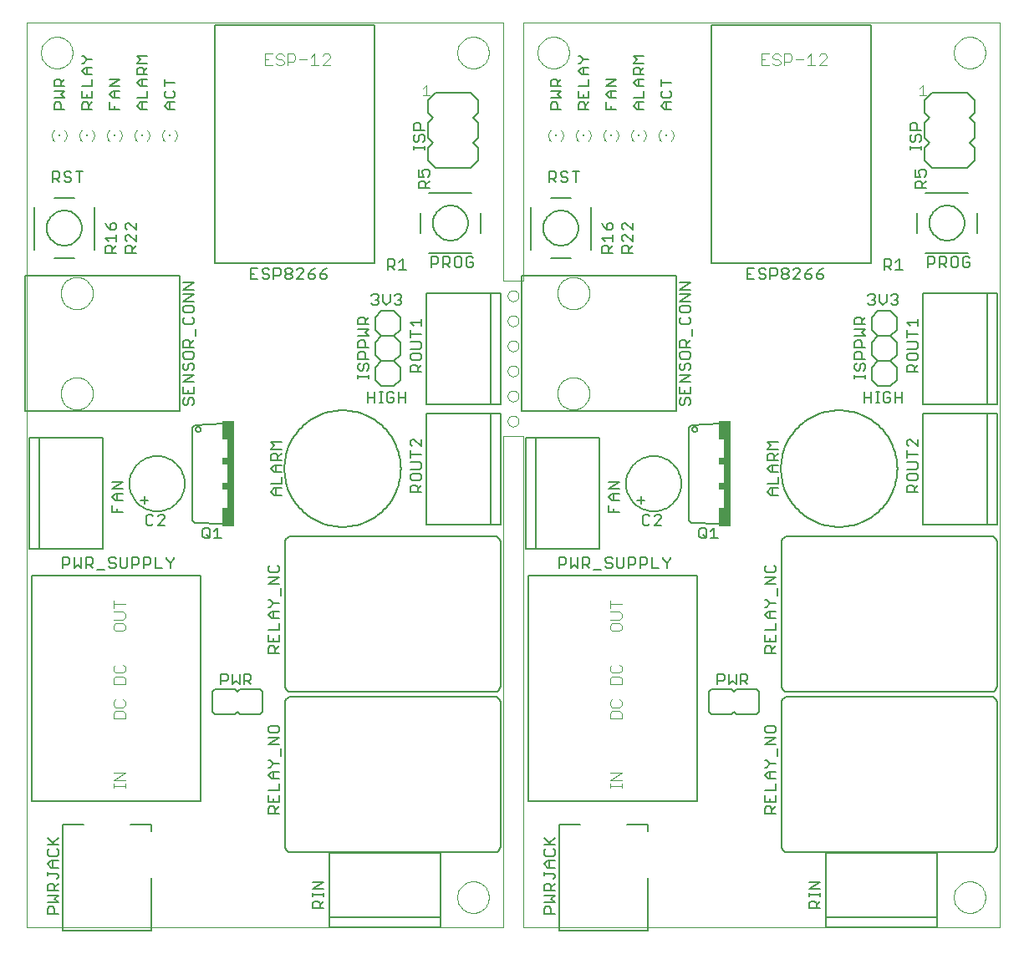
<source format=gto>
G75*
G70*
%OFA0B0*%
%FSLAX24Y24*%
%IPPOS*%
%LPD*%
%AMOC8*
5,1,8,0,0,1.08239X$1,22.5*
%
%ADD10C,0.0000*%
%ADD11C,0.0080*%
%ADD12C,0.0050*%
%ADD13C,0.0040*%
%ADD14C,0.0060*%
%ADD15R,0.0079X0.0079*%
%ADD16R,0.0098X0.0059*%
%ADD17C,0.0030*%
%ADD18R,0.0300X0.4200*%
%ADD19R,0.0200X0.0750*%
%ADD20R,0.0200X0.0300*%
D10*
X001340Y001800D02*
X001340Y037900D01*
X020340Y037900D01*
X020340Y027600D01*
X021140Y027600D01*
X021140Y037900D01*
X040140Y037900D01*
X040140Y001800D01*
X021140Y001800D01*
X021140Y021400D01*
X020340Y021400D01*
X020340Y001800D01*
X001340Y001800D01*
X018510Y003000D02*
X018512Y003050D01*
X018518Y003100D01*
X018528Y003149D01*
X018542Y003197D01*
X018559Y003244D01*
X018580Y003289D01*
X018605Y003333D01*
X018633Y003374D01*
X018665Y003413D01*
X018699Y003450D01*
X018736Y003484D01*
X018776Y003514D01*
X018818Y003541D01*
X018862Y003565D01*
X018908Y003586D01*
X018955Y003602D01*
X019003Y003615D01*
X019053Y003624D01*
X019102Y003629D01*
X019153Y003630D01*
X019203Y003627D01*
X019252Y003620D01*
X019301Y003609D01*
X019349Y003594D01*
X019395Y003576D01*
X019440Y003554D01*
X019483Y003528D01*
X019524Y003499D01*
X019563Y003467D01*
X019599Y003432D01*
X019631Y003394D01*
X019661Y003354D01*
X019688Y003311D01*
X019711Y003267D01*
X019730Y003221D01*
X019746Y003173D01*
X019758Y003124D01*
X019766Y003075D01*
X019770Y003025D01*
X019770Y002975D01*
X019766Y002925D01*
X019758Y002876D01*
X019746Y002827D01*
X019730Y002779D01*
X019711Y002733D01*
X019688Y002689D01*
X019661Y002646D01*
X019631Y002606D01*
X019599Y002568D01*
X019563Y002533D01*
X019524Y002501D01*
X019483Y002472D01*
X019440Y002446D01*
X019395Y002424D01*
X019349Y002406D01*
X019301Y002391D01*
X019252Y002380D01*
X019203Y002373D01*
X019153Y002370D01*
X019102Y002371D01*
X019053Y002376D01*
X019003Y002385D01*
X018955Y002398D01*
X018908Y002414D01*
X018862Y002435D01*
X018818Y002459D01*
X018776Y002486D01*
X018736Y002516D01*
X018699Y002550D01*
X018665Y002587D01*
X018633Y002626D01*
X018605Y002667D01*
X018580Y002711D01*
X018559Y002756D01*
X018542Y002803D01*
X018528Y002851D01*
X018518Y002900D01*
X018512Y002950D01*
X018510Y003000D01*
X020523Y022000D02*
X020525Y022029D01*
X020531Y022057D01*
X020540Y022085D01*
X020553Y022111D01*
X020570Y022134D01*
X020589Y022156D01*
X020611Y022175D01*
X020636Y022190D01*
X020662Y022203D01*
X020690Y022211D01*
X020718Y022216D01*
X020747Y022217D01*
X020776Y022214D01*
X020804Y022207D01*
X020831Y022197D01*
X020857Y022183D01*
X020880Y022166D01*
X020901Y022146D01*
X020919Y022123D01*
X020934Y022098D01*
X020945Y022071D01*
X020953Y022043D01*
X020957Y022014D01*
X020957Y021986D01*
X020953Y021957D01*
X020945Y021929D01*
X020934Y021902D01*
X020919Y021877D01*
X020901Y021854D01*
X020880Y021834D01*
X020857Y021817D01*
X020831Y021803D01*
X020804Y021793D01*
X020776Y021786D01*
X020747Y021783D01*
X020718Y021784D01*
X020690Y021789D01*
X020662Y021797D01*
X020636Y021810D01*
X020611Y021825D01*
X020589Y021844D01*
X020570Y021866D01*
X020553Y021889D01*
X020540Y021915D01*
X020531Y021943D01*
X020525Y021971D01*
X020523Y022000D01*
X020523Y023000D02*
X020525Y023029D01*
X020531Y023057D01*
X020540Y023085D01*
X020553Y023111D01*
X020570Y023134D01*
X020589Y023156D01*
X020611Y023175D01*
X020636Y023190D01*
X020662Y023203D01*
X020690Y023211D01*
X020718Y023216D01*
X020747Y023217D01*
X020776Y023214D01*
X020804Y023207D01*
X020831Y023197D01*
X020857Y023183D01*
X020880Y023166D01*
X020901Y023146D01*
X020919Y023123D01*
X020934Y023098D01*
X020945Y023071D01*
X020953Y023043D01*
X020957Y023014D01*
X020957Y022986D01*
X020953Y022957D01*
X020945Y022929D01*
X020934Y022902D01*
X020919Y022877D01*
X020901Y022854D01*
X020880Y022834D01*
X020857Y022817D01*
X020831Y022803D01*
X020804Y022793D01*
X020776Y022786D01*
X020747Y022783D01*
X020718Y022784D01*
X020690Y022789D01*
X020662Y022797D01*
X020636Y022810D01*
X020611Y022825D01*
X020589Y022844D01*
X020570Y022866D01*
X020553Y022889D01*
X020540Y022915D01*
X020531Y022943D01*
X020525Y022971D01*
X020523Y023000D01*
X020523Y024000D02*
X020525Y024029D01*
X020531Y024057D01*
X020540Y024085D01*
X020553Y024111D01*
X020570Y024134D01*
X020589Y024156D01*
X020611Y024175D01*
X020636Y024190D01*
X020662Y024203D01*
X020690Y024211D01*
X020718Y024216D01*
X020747Y024217D01*
X020776Y024214D01*
X020804Y024207D01*
X020831Y024197D01*
X020857Y024183D01*
X020880Y024166D01*
X020901Y024146D01*
X020919Y024123D01*
X020934Y024098D01*
X020945Y024071D01*
X020953Y024043D01*
X020957Y024014D01*
X020957Y023986D01*
X020953Y023957D01*
X020945Y023929D01*
X020934Y023902D01*
X020919Y023877D01*
X020901Y023854D01*
X020880Y023834D01*
X020857Y023817D01*
X020831Y023803D01*
X020804Y023793D01*
X020776Y023786D01*
X020747Y023783D01*
X020718Y023784D01*
X020690Y023789D01*
X020662Y023797D01*
X020636Y023810D01*
X020611Y023825D01*
X020589Y023844D01*
X020570Y023866D01*
X020553Y023889D01*
X020540Y023915D01*
X020531Y023943D01*
X020525Y023971D01*
X020523Y024000D01*
X020523Y025000D02*
X020525Y025029D01*
X020531Y025057D01*
X020540Y025085D01*
X020553Y025111D01*
X020570Y025134D01*
X020589Y025156D01*
X020611Y025175D01*
X020636Y025190D01*
X020662Y025203D01*
X020690Y025211D01*
X020718Y025216D01*
X020747Y025217D01*
X020776Y025214D01*
X020804Y025207D01*
X020831Y025197D01*
X020857Y025183D01*
X020880Y025166D01*
X020901Y025146D01*
X020919Y025123D01*
X020934Y025098D01*
X020945Y025071D01*
X020953Y025043D01*
X020957Y025014D01*
X020957Y024986D01*
X020953Y024957D01*
X020945Y024929D01*
X020934Y024902D01*
X020919Y024877D01*
X020901Y024854D01*
X020880Y024834D01*
X020857Y024817D01*
X020831Y024803D01*
X020804Y024793D01*
X020776Y024786D01*
X020747Y024783D01*
X020718Y024784D01*
X020690Y024789D01*
X020662Y024797D01*
X020636Y024810D01*
X020611Y024825D01*
X020589Y024844D01*
X020570Y024866D01*
X020553Y024889D01*
X020540Y024915D01*
X020531Y024943D01*
X020525Y024971D01*
X020523Y025000D01*
X020523Y026000D02*
X020525Y026029D01*
X020531Y026057D01*
X020540Y026085D01*
X020553Y026111D01*
X020570Y026134D01*
X020589Y026156D01*
X020611Y026175D01*
X020636Y026190D01*
X020662Y026203D01*
X020690Y026211D01*
X020718Y026216D01*
X020747Y026217D01*
X020776Y026214D01*
X020804Y026207D01*
X020831Y026197D01*
X020857Y026183D01*
X020880Y026166D01*
X020901Y026146D01*
X020919Y026123D01*
X020934Y026098D01*
X020945Y026071D01*
X020953Y026043D01*
X020957Y026014D01*
X020957Y025986D01*
X020953Y025957D01*
X020945Y025929D01*
X020934Y025902D01*
X020919Y025877D01*
X020901Y025854D01*
X020880Y025834D01*
X020857Y025817D01*
X020831Y025803D01*
X020804Y025793D01*
X020776Y025786D01*
X020747Y025783D01*
X020718Y025784D01*
X020690Y025789D01*
X020662Y025797D01*
X020636Y025810D01*
X020611Y025825D01*
X020589Y025844D01*
X020570Y025866D01*
X020553Y025889D01*
X020540Y025915D01*
X020531Y025943D01*
X020525Y025971D01*
X020523Y026000D01*
X020523Y027000D02*
X020525Y027029D01*
X020531Y027057D01*
X020540Y027085D01*
X020553Y027111D01*
X020570Y027134D01*
X020589Y027156D01*
X020611Y027175D01*
X020636Y027190D01*
X020662Y027203D01*
X020690Y027211D01*
X020718Y027216D01*
X020747Y027217D01*
X020776Y027214D01*
X020804Y027207D01*
X020831Y027197D01*
X020857Y027183D01*
X020880Y027166D01*
X020901Y027146D01*
X020919Y027123D01*
X020934Y027098D01*
X020945Y027071D01*
X020953Y027043D01*
X020957Y027014D01*
X020957Y026986D01*
X020953Y026957D01*
X020945Y026929D01*
X020934Y026902D01*
X020919Y026877D01*
X020901Y026854D01*
X020880Y026834D01*
X020857Y026817D01*
X020831Y026803D01*
X020804Y026793D01*
X020776Y026786D01*
X020747Y026783D01*
X020718Y026784D01*
X020690Y026789D01*
X020662Y026797D01*
X020636Y026810D01*
X020611Y026825D01*
X020589Y026844D01*
X020570Y026866D01*
X020553Y026889D01*
X020540Y026915D01*
X020531Y026943D01*
X020525Y026971D01*
X020523Y027000D01*
X022500Y027100D02*
X022502Y027150D01*
X022508Y027200D01*
X022518Y027249D01*
X022531Y027298D01*
X022549Y027345D01*
X022570Y027391D01*
X022594Y027434D01*
X022622Y027476D01*
X022653Y027516D01*
X022687Y027553D01*
X022724Y027587D01*
X022764Y027618D01*
X022806Y027646D01*
X022849Y027670D01*
X022895Y027691D01*
X022942Y027709D01*
X022991Y027722D01*
X023040Y027732D01*
X023090Y027738D01*
X023140Y027740D01*
X023190Y027738D01*
X023240Y027732D01*
X023289Y027722D01*
X023338Y027709D01*
X023385Y027691D01*
X023431Y027670D01*
X023474Y027646D01*
X023516Y027618D01*
X023556Y027587D01*
X023593Y027553D01*
X023627Y027516D01*
X023658Y027476D01*
X023686Y027434D01*
X023710Y027391D01*
X023731Y027345D01*
X023749Y027298D01*
X023762Y027249D01*
X023772Y027200D01*
X023778Y027150D01*
X023780Y027100D01*
X023778Y027050D01*
X023772Y027000D01*
X023762Y026951D01*
X023749Y026902D01*
X023731Y026855D01*
X023710Y026809D01*
X023686Y026766D01*
X023658Y026724D01*
X023627Y026684D01*
X023593Y026647D01*
X023556Y026613D01*
X023516Y026582D01*
X023474Y026554D01*
X023431Y026530D01*
X023385Y026509D01*
X023338Y026491D01*
X023289Y026478D01*
X023240Y026468D01*
X023190Y026462D01*
X023140Y026460D01*
X023090Y026462D01*
X023040Y026468D01*
X022991Y026478D01*
X022942Y026491D01*
X022895Y026509D01*
X022849Y026530D01*
X022806Y026554D01*
X022764Y026582D01*
X022724Y026613D01*
X022687Y026647D01*
X022653Y026684D01*
X022622Y026724D01*
X022594Y026766D01*
X022570Y026809D01*
X022549Y026855D01*
X022531Y026902D01*
X022518Y026951D01*
X022508Y027000D01*
X022502Y027050D01*
X022500Y027100D01*
X022500Y023100D02*
X022502Y023150D01*
X022508Y023200D01*
X022518Y023249D01*
X022531Y023298D01*
X022549Y023345D01*
X022570Y023391D01*
X022594Y023434D01*
X022622Y023476D01*
X022653Y023516D01*
X022687Y023553D01*
X022724Y023587D01*
X022764Y023618D01*
X022806Y023646D01*
X022849Y023670D01*
X022895Y023691D01*
X022942Y023709D01*
X022991Y023722D01*
X023040Y023732D01*
X023090Y023738D01*
X023140Y023740D01*
X023190Y023738D01*
X023240Y023732D01*
X023289Y023722D01*
X023338Y023709D01*
X023385Y023691D01*
X023431Y023670D01*
X023474Y023646D01*
X023516Y023618D01*
X023556Y023587D01*
X023593Y023553D01*
X023627Y023516D01*
X023658Y023476D01*
X023686Y023434D01*
X023710Y023391D01*
X023731Y023345D01*
X023749Y023298D01*
X023762Y023249D01*
X023772Y023200D01*
X023778Y023150D01*
X023780Y023100D01*
X023778Y023050D01*
X023772Y023000D01*
X023762Y022951D01*
X023749Y022902D01*
X023731Y022855D01*
X023710Y022809D01*
X023686Y022766D01*
X023658Y022724D01*
X023627Y022684D01*
X023593Y022647D01*
X023556Y022613D01*
X023516Y022582D01*
X023474Y022554D01*
X023431Y022530D01*
X023385Y022509D01*
X023338Y022491D01*
X023289Y022478D01*
X023240Y022468D01*
X023190Y022462D01*
X023140Y022460D01*
X023090Y022462D01*
X023040Y022468D01*
X022991Y022478D01*
X022942Y022491D01*
X022895Y022509D01*
X022849Y022530D01*
X022806Y022554D01*
X022764Y022582D01*
X022724Y022613D01*
X022687Y022647D01*
X022653Y022684D01*
X022622Y022724D01*
X022594Y022766D01*
X022570Y022809D01*
X022549Y022855D01*
X022531Y022902D01*
X022518Y022951D01*
X022508Y023000D01*
X022502Y023050D01*
X022500Y023100D01*
X021710Y036700D02*
X021712Y036750D01*
X021718Y036800D01*
X021728Y036849D01*
X021742Y036897D01*
X021759Y036944D01*
X021780Y036989D01*
X021805Y037033D01*
X021833Y037074D01*
X021865Y037113D01*
X021899Y037150D01*
X021936Y037184D01*
X021976Y037214D01*
X022018Y037241D01*
X022062Y037265D01*
X022108Y037286D01*
X022155Y037302D01*
X022203Y037315D01*
X022253Y037324D01*
X022302Y037329D01*
X022353Y037330D01*
X022403Y037327D01*
X022452Y037320D01*
X022501Y037309D01*
X022549Y037294D01*
X022595Y037276D01*
X022640Y037254D01*
X022683Y037228D01*
X022724Y037199D01*
X022763Y037167D01*
X022799Y037132D01*
X022831Y037094D01*
X022861Y037054D01*
X022888Y037011D01*
X022911Y036967D01*
X022930Y036921D01*
X022946Y036873D01*
X022958Y036824D01*
X022966Y036775D01*
X022970Y036725D01*
X022970Y036675D01*
X022966Y036625D01*
X022958Y036576D01*
X022946Y036527D01*
X022930Y036479D01*
X022911Y036433D01*
X022888Y036389D01*
X022861Y036346D01*
X022831Y036306D01*
X022799Y036268D01*
X022763Y036233D01*
X022724Y036201D01*
X022683Y036172D01*
X022640Y036146D01*
X022595Y036124D01*
X022549Y036106D01*
X022501Y036091D01*
X022452Y036080D01*
X022403Y036073D01*
X022353Y036070D01*
X022302Y036071D01*
X022253Y036076D01*
X022203Y036085D01*
X022155Y036098D01*
X022108Y036114D01*
X022062Y036135D01*
X022018Y036159D01*
X021976Y036186D01*
X021936Y036216D01*
X021899Y036250D01*
X021865Y036287D01*
X021833Y036326D01*
X021805Y036367D01*
X021780Y036411D01*
X021759Y036456D01*
X021742Y036503D01*
X021728Y036551D01*
X021718Y036600D01*
X021712Y036650D01*
X021710Y036700D01*
X018510Y036700D02*
X018512Y036750D01*
X018518Y036800D01*
X018528Y036849D01*
X018542Y036897D01*
X018559Y036944D01*
X018580Y036989D01*
X018605Y037033D01*
X018633Y037074D01*
X018665Y037113D01*
X018699Y037150D01*
X018736Y037184D01*
X018776Y037214D01*
X018818Y037241D01*
X018862Y037265D01*
X018908Y037286D01*
X018955Y037302D01*
X019003Y037315D01*
X019053Y037324D01*
X019102Y037329D01*
X019153Y037330D01*
X019203Y037327D01*
X019252Y037320D01*
X019301Y037309D01*
X019349Y037294D01*
X019395Y037276D01*
X019440Y037254D01*
X019483Y037228D01*
X019524Y037199D01*
X019563Y037167D01*
X019599Y037132D01*
X019631Y037094D01*
X019661Y037054D01*
X019688Y037011D01*
X019711Y036967D01*
X019730Y036921D01*
X019746Y036873D01*
X019758Y036824D01*
X019766Y036775D01*
X019770Y036725D01*
X019770Y036675D01*
X019766Y036625D01*
X019758Y036576D01*
X019746Y036527D01*
X019730Y036479D01*
X019711Y036433D01*
X019688Y036389D01*
X019661Y036346D01*
X019631Y036306D01*
X019599Y036268D01*
X019563Y036233D01*
X019524Y036201D01*
X019483Y036172D01*
X019440Y036146D01*
X019395Y036124D01*
X019349Y036106D01*
X019301Y036091D01*
X019252Y036080D01*
X019203Y036073D01*
X019153Y036070D01*
X019102Y036071D01*
X019053Y036076D01*
X019003Y036085D01*
X018955Y036098D01*
X018908Y036114D01*
X018862Y036135D01*
X018818Y036159D01*
X018776Y036186D01*
X018736Y036216D01*
X018699Y036250D01*
X018665Y036287D01*
X018633Y036326D01*
X018605Y036367D01*
X018580Y036411D01*
X018559Y036456D01*
X018542Y036503D01*
X018528Y036551D01*
X018518Y036600D01*
X018512Y036650D01*
X018510Y036700D01*
X002700Y027100D02*
X002702Y027150D01*
X002708Y027200D01*
X002718Y027249D01*
X002731Y027298D01*
X002749Y027345D01*
X002770Y027391D01*
X002794Y027434D01*
X002822Y027476D01*
X002853Y027516D01*
X002887Y027553D01*
X002924Y027587D01*
X002964Y027618D01*
X003006Y027646D01*
X003049Y027670D01*
X003095Y027691D01*
X003142Y027709D01*
X003191Y027722D01*
X003240Y027732D01*
X003290Y027738D01*
X003340Y027740D01*
X003390Y027738D01*
X003440Y027732D01*
X003489Y027722D01*
X003538Y027709D01*
X003585Y027691D01*
X003631Y027670D01*
X003674Y027646D01*
X003716Y027618D01*
X003756Y027587D01*
X003793Y027553D01*
X003827Y027516D01*
X003858Y027476D01*
X003886Y027434D01*
X003910Y027391D01*
X003931Y027345D01*
X003949Y027298D01*
X003962Y027249D01*
X003972Y027200D01*
X003978Y027150D01*
X003980Y027100D01*
X003978Y027050D01*
X003972Y027000D01*
X003962Y026951D01*
X003949Y026902D01*
X003931Y026855D01*
X003910Y026809D01*
X003886Y026766D01*
X003858Y026724D01*
X003827Y026684D01*
X003793Y026647D01*
X003756Y026613D01*
X003716Y026582D01*
X003674Y026554D01*
X003631Y026530D01*
X003585Y026509D01*
X003538Y026491D01*
X003489Y026478D01*
X003440Y026468D01*
X003390Y026462D01*
X003340Y026460D01*
X003290Y026462D01*
X003240Y026468D01*
X003191Y026478D01*
X003142Y026491D01*
X003095Y026509D01*
X003049Y026530D01*
X003006Y026554D01*
X002964Y026582D01*
X002924Y026613D01*
X002887Y026647D01*
X002853Y026684D01*
X002822Y026724D01*
X002794Y026766D01*
X002770Y026809D01*
X002749Y026855D01*
X002731Y026902D01*
X002718Y026951D01*
X002708Y027000D01*
X002702Y027050D01*
X002700Y027100D01*
X002700Y023100D02*
X002702Y023150D01*
X002708Y023200D01*
X002718Y023249D01*
X002731Y023298D01*
X002749Y023345D01*
X002770Y023391D01*
X002794Y023434D01*
X002822Y023476D01*
X002853Y023516D01*
X002887Y023553D01*
X002924Y023587D01*
X002964Y023618D01*
X003006Y023646D01*
X003049Y023670D01*
X003095Y023691D01*
X003142Y023709D01*
X003191Y023722D01*
X003240Y023732D01*
X003290Y023738D01*
X003340Y023740D01*
X003390Y023738D01*
X003440Y023732D01*
X003489Y023722D01*
X003538Y023709D01*
X003585Y023691D01*
X003631Y023670D01*
X003674Y023646D01*
X003716Y023618D01*
X003756Y023587D01*
X003793Y023553D01*
X003827Y023516D01*
X003858Y023476D01*
X003886Y023434D01*
X003910Y023391D01*
X003931Y023345D01*
X003949Y023298D01*
X003962Y023249D01*
X003972Y023200D01*
X003978Y023150D01*
X003980Y023100D01*
X003978Y023050D01*
X003972Y023000D01*
X003962Y022951D01*
X003949Y022902D01*
X003931Y022855D01*
X003910Y022809D01*
X003886Y022766D01*
X003858Y022724D01*
X003827Y022684D01*
X003793Y022647D01*
X003756Y022613D01*
X003716Y022582D01*
X003674Y022554D01*
X003631Y022530D01*
X003585Y022509D01*
X003538Y022491D01*
X003489Y022478D01*
X003440Y022468D01*
X003390Y022462D01*
X003340Y022460D01*
X003290Y022462D01*
X003240Y022468D01*
X003191Y022478D01*
X003142Y022491D01*
X003095Y022509D01*
X003049Y022530D01*
X003006Y022554D01*
X002964Y022582D01*
X002924Y022613D01*
X002887Y022647D01*
X002853Y022684D01*
X002822Y022724D01*
X002794Y022766D01*
X002770Y022809D01*
X002749Y022855D01*
X002731Y022902D01*
X002718Y022951D01*
X002708Y023000D01*
X002702Y023050D01*
X002700Y023100D01*
X001910Y036700D02*
X001912Y036750D01*
X001918Y036800D01*
X001928Y036849D01*
X001942Y036897D01*
X001959Y036944D01*
X001980Y036989D01*
X002005Y037033D01*
X002033Y037074D01*
X002065Y037113D01*
X002099Y037150D01*
X002136Y037184D01*
X002176Y037214D01*
X002218Y037241D01*
X002262Y037265D01*
X002308Y037286D01*
X002355Y037302D01*
X002403Y037315D01*
X002453Y037324D01*
X002502Y037329D01*
X002553Y037330D01*
X002603Y037327D01*
X002652Y037320D01*
X002701Y037309D01*
X002749Y037294D01*
X002795Y037276D01*
X002840Y037254D01*
X002883Y037228D01*
X002924Y037199D01*
X002963Y037167D01*
X002999Y037132D01*
X003031Y037094D01*
X003061Y037054D01*
X003088Y037011D01*
X003111Y036967D01*
X003130Y036921D01*
X003146Y036873D01*
X003158Y036824D01*
X003166Y036775D01*
X003170Y036725D01*
X003170Y036675D01*
X003166Y036625D01*
X003158Y036576D01*
X003146Y036527D01*
X003130Y036479D01*
X003111Y036433D01*
X003088Y036389D01*
X003061Y036346D01*
X003031Y036306D01*
X002999Y036268D01*
X002963Y036233D01*
X002924Y036201D01*
X002883Y036172D01*
X002840Y036146D01*
X002795Y036124D01*
X002749Y036106D01*
X002701Y036091D01*
X002652Y036080D01*
X002603Y036073D01*
X002553Y036070D01*
X002502Y036071D01*
X002453Y036076D01*
X002403Y036085D01*
X002355Y036098D01*
X002308Y036114D01*
X002262Y036135D01*
X002218Y036159D01*
X002176Y036186D01*
X002136Y036216D01*
X002099Y036250D01*
X002065Y036287D01*
X002033Y036326D01*
X002005Y036367D01*
X001980Y036411D01*
X001959Y036456D01*
X001942Y036503D01*
X001928Y036551D01*
X001918Y036600D01*
X001912Y036650D01*
X001910Y036700D01*
X038310Y036700D02*
X038312Y036750D01*
X038318Y036800D01*
X038328Y036849D01*
X038342Y036897D01*
X038359Y036944D01*
X038380Y036989D01*
X038405Y037033D01*
X038433Y037074D01*
X038465Y037113D01*
X038499Y037150D01*
X038536Y037184D01*
X038576Y037214D01*
X038618Y037241D01*
X038662Y037265D01*
X038708Y037286D01*
X038755Y037302D01*
X038803Y037315D01*
X038853Y037324D01*
X038902Y037329D01*
X038953Y037330D01*
X039003Y037327D01*
X039052Y037320D01*
X039101Y037309D01*
X039149Y037294D01*
X039195Y037276D01*
X039240Y037254D01*
X039283Y037228D01*
X039324Y037199D01*
X039363Y037167D01*
X039399Y037132D01*
X039431Y037094D01*
X039461Y037054D01*
X039488Y037011D01*
X039511Y036967D01*
X039530Y036921D01*
X039546Y036873D01*
X039558Y036824D01*
X039566Y036775D01*
X039570Y036725D01*
X039570Y036675D01*
X039566Y036625D01*
X039558Y036576D01*
X039546Y036527D01*
X039530Y036479D01*
X039511Y036433D01*
X039488Y036389D01*
X039461Y036346D01*
X039431Y036306D01*
X039399Y036268D01*
X039363Y036233D01*
X039324Y036201D01*
X039283Y036172D01*
X039240Y036146D01*
X039195Y036124D01*
X039149Y036106D01*
X039101Y036091D01*
X039052Y036080D01*
X039003Y036073D01*
X038953Y036070D01*
X038902Y036071D01*
X038853Y036076D01*
X038803Y036085D01*
X038755Y036098D01*
X038708Y036114D01*
X038662Y036135D01*
X038618Y036159D01*
X038576Y036186D01*
X038536Y036216D01*
X038499Y036250D01*
X038465Y036287D01*
X038433Y036326D01*
X038405Y036367D01*
X038380Y036411D01*
X038359Y036456D01*
X038342Y036503D01*
X038328Y036551D01*
X038318Y036600D01*
X038312Y036650D01*
X038310Y036700D01*
X038310Y003000D02*
X038312Y003050D01*
X038318Y003100D01*
X038328Y003149D01*
X038342Y003197D01*
X038359Y003244D01*
X038380Y003289D01*
X038405Y003333D01*
X038433Y003374D01*
X038465Y003413D01*
X038499Y003450D01*
X038536Y003484D01*
X038576Y003514D01*
X038618Y003541D01*
X038662Y003565D01*
X038708Y003586D01*
X038755Y003602D01*
X038803Y003615D01*
X038853Y003624D01*
X038902Y003629D01*
X038953Y003630D01*
X039003Y003627D01*
X039052Y003620D01*
X039101Y003609D01*
X039149Y003594D01*
X039195Y003576D01*
X039240Y003554D01*
X039283Y003528D01*
X039324Y003499D01*
X039363Y003467D01*
X039399Y003432D01*
X039431Y003394D01*
X039461Y003354D01*
X039488Y003311D01*
X039511Y003267D01*
X039530Y003221D01*
X039546Y003173D01*
X039558Y003124D01*
X039566Y003075D01*
X039570Y003025D01*
X039570Y002975D01*
X039566Y002925D01*
X039558Y002876D01*
X039546Y002827D01*
X039530Y002779D01*
X039511Y002733D01*
X039488Y002689D01*
X039461Y002646D01*
X039431Y002606D01*
X039399Y002568D01*
X039363Y002533D01*
X039324Y002501D01*
X039283Y002472D01*
X039240Y002446D01*
X039195Y002424D01*
X039149Y002406D01*
X039101Y002391D01*
X039052Y002380D01*
X039003Y002373D01*
X038953Y002370D01*
X038902Y002371D01*
X038853Y002376D01*
X038803Y002385D01*
X038755Y002398D01*
X038708Y002414D01*
X038662Y002435D01*
X038618Y002459D01*
X038576Y002486D01*
X038536Y002516D01*
X038499Y002550D01*
X038465Y002587D01*
X038433Y002626D01*
X038405Y002667D01*
X038380Y002711D01*
X038359Y002756D01*
X038342Y002803D01*
X038328Y002851D01*
X038318Y002900D01*
X038312Y002950D01*
X038310Y003000D01*
D11*
X037629Y002194D02*
X033220Y002194D01*
X033220Y004754D01*
X037629Y004754D01*
X037629Y002194D01*
X037629Y001801D01*
X033220Y001801D01*
X033220Y002194D01*
X032969Y002559D02*
X032548Y002559D01*
X032548Y002769D01*
X032618Y002839D01*
X032758Y002839D01*
X032828Y002769D01*
X032828Y002559D01*
X032828Y002699D02*
X032969Y002839D01*
X032969Y003019D02*
X032969Y003159D01*
X032969Y003089D02*
X032548Y003089D01*
X032548Y003019D02*
X032548Y003159D01*
X032548Y003326D02*
X032969Y003606D01*
X032548Y003606D01*
X032548Y003326D02*
X032969Y003326D01*
X031689Y004790D02*
X039791Y004790D01*
X039820Y004792D01*
X039848Y004797D01*
X039876Y004806D01*
X039903Y004817D01*
X039927Y004832D01*
X039950Y004850D01*
X039971Y004871D01*
X039989Y004894D01*
X040004Y004918D01*
X040015Y004945D01*
X040024Y004973D01*
X040029Y005001D01*
X040031Y005030D01*
X040031Y010770D01*
X040029Y010799D01*
X040024Y010827D01*
X040015Y010855D01*
X040004Y010882D01*
X039989Y010906D01*
X039971Y010929D01*
X039950Y010950D01*
X039927Y010968D01*
X039903Y010983D01*
X039876Y010994D01*
X039848Y011003D01*
X039820Y011008D01*
X039791Y011010D01*
X031689Y011010D01*
X031689Y011190D02*
X039791Y011190D01*
X039820Y011192D01*
X039848Y011197D01*
X039876Y011206D01*
X039903Y011217D01*
X039927Y011232D01*
X039950Y011250D01*
X039971Y011271D01*
X039989Y011294D01*
X040004Y011318D01*
X040015Y011345D01*
X040024Y011373D01*
X040029Y011401D01*
X040031Y011430D01*
X040031Y017170D01*
X040029Y017199D01*
X040024Y017227D01*
X040015Y017255D01*
X040004Y017282D01*
X039989Y017306D01*
X039971Y017329D01*
X039950Y017350D01*
X039927Y017368D01*
X039903Y017383D01*
X039876Y017394D01*
X039848Y017403D01*
X039820Y017408D01*
X039791Y017410D01*
X031689Y017410D01*
X031660Y017408D01*
X031632Y017403D01*
X031604Y017394D01*
X031577Y017383D01*
X031553Y017368D01*
X031530Y017350D01*
X031509Y017329D01*
X031491Y017306D01*
X031476Y017282D01*
X031465Y017255D01*
X031456Y017227D01*
X031451Y017199D01*
X031449Y017170D01*
X031449Y011430D01*
X031451Y011401D01*
X031456Y011373D01*
X031465Y011345D01*
X031476Y011318D01*
X031491Y011294D01*
X031509Y011271D01*
X031530Y011250D01*
X031553Y011232D01*
X031577Y011217D01*
X031604Y011206D01*
X031632Y011197D01*
X031660Y011192D01*
X031689Y011190D01*
X031689Y011010D02*
X031660Y011008D01*
X031632Y011003D01*
X031604Y010994D01*
X031577Y010983D01*
X031553Y010968D01*
X031530Y010950D01*
X031509Y010929D01*
X031491Y010906D01*
X031476Y010882D01*
X031465Y010855D01*
X031456Y010827D01*
X031451Y010799D01*
X031449Y010770D01*
X031449Y005030D01*
X031451Y005001D01*
X031456Y004973D01*
X031465Y004945D01*
X031476Y004918D01*
X031491Y004894D01*
X031509Y004871D01*
X031530Y004850D01*
X031553Y004832D01*
X031577Y004817D01*
X031604Y004806D01*
X031632Y004797D01*
X031660Y004792D01*
X031689Y004790D01*
X031200Y006340D02*
X030780Y006340D01*
X030780Y006550D01*
X030850Y006620D01*
X030990Y006620D01*
X031060Y006550D01*
X031060Y006340D01*
X031060Y006480D02*
X031200Y006620D01*
X031200Y006800D02*
X031200Y007081D01*
X031200Y007261D02*
X030780Y007261D01*
X030780Y007081D02*
X030780Y006800D01*
X031200Y006800D01*
X030990Y006800D02*
X030990Y006941D01*
X031200Y007261D02*
X031200Y007541D01*
X031200Y007721D02*
X030920Y007721D01*
X030780Y007861D01*
X030920Y008001D01*
X031200Y008001D01*
X030990Y008001D02*
X030990Y007721D01*
X030850Y008182D02*
X030990Y008322D01*
X031200Y008322D01*
X030990Y008322D02*
X030850Y008462D01*
X030780Y008462D01*
X030780Y008182D02*
X030850Y008182D01*
X031270Y008642D02*
X031270Y008922D01*
X031200Y009102D02*
X030780Y009102D01*
X031200Y009383D01*
X030780Y009383D01*
X030850Y009563D02*
X031130Y009563D01*
X031200Y009633D01*
X031200Y009773D01*
X031130Y009843D01*
X030850Y009843D01*
X030780Y009773D01*
X030780Y009633D01*
X030850Y009563D01*
X030090Y011490D02*
X029950Y011630D01*
X030020Y011630D02*
X029810Y011630D01*
X029810Y011490D02*
X029810Y011910D01*
X030020Y011910D01*
X030090Y011840D01*
X030090Y011700D01*
X030020Y011630D01*
X029630Y011490D02*
X029630Y011910D01*
X029350Y011910D02*
X029350Y011490D01*
X029490Y011630D01*
X029630Y011490D01*
X029170Y011700D02*
X029170Y011840D01*
X029100Y011910D01*
X028889Y011910D01*
X028889Y011490D01*
X028889Y011630D02*
X029100Y011630D01*
X029170Y011700D01*
X030780Y012740D02*
X030780Y012950D01*
X030850Y013020D01*
X030990Y013020D01*
X031060Y012950D01*
X031060Y012740D01*
X031200Y012740D02*
X030780Y012740D01*
X031060Y012880D02*
X031200Y013020D01*
X031200Y013200D02*
X031200Y013481D01*
X031200Y013661D02*
X031200Y013941D01*
X031200Y014121D02*
X030920Y014121D01*
X030780Y014261D01*
X030920Y014401D01*
X031200Y014401D01*
X030990Y014401D02*
X030990Y014121D01*
X030850Y014582D02*
X030990Y014722D01*
X031200Y014722D01*
X030990Y014722D02*
X030850Y014862D01*
X030780Y014862D01*
X030780Y014582D02*
X030850Y014582D01*
X031270Y015042D02*
X031270Y015322D01*
X031200Y015502D02*
X030780Y015502D01*
X031200Y015783D01*
X030780Y015783D01*
X030850Y015963D02*
X031130Y015963D01*
X031200Y016033D01*
X031200Y016173D01*
X031130Y016243D01*
X030850Y016243D02*
X030780Y016173D01*
X030780Y016033D01*
X030850Y015963D01*
X028900Y017320D02*
X028620Y017320D01*
X028760Y017320D02*
X028760Y017740D01*
X028620Y017600D01*
X028439Y017670D02*
X028439Y017390D01*
X028369Y017320D01*
X028229Y017320D01*
X028159Y017390D01*
X028159Y017670D01*
X028229Y017740D01*
X028369Y017740D01*
X028439Y017670D01*
X028299Y017460D02*
X028439Y017320D01*
X027002Y016560D02*
X027002Y016490D01*
X026862Y016350D01*
X026862Y016140D01*
X026862Y016350D02*
X026722Y016490D01*
X026722Y016560D01*
X026541Y016140D02*
X026261Y016140D01*
X026261Y016560D01*
X026081Y016490D02*
X026081Y016350D01*
X026011Y016280D01*
X025801Y016280D01*
X025801Y016140D02*
X025801Y016560D01*
X026011Y016560D01*
X026081Y016490D01*
X025621Y016490D02*
X025621Y016350D01*
X025551Y016280D01*
X025340Y016280D01*
X025340Y016140D02*
X025340Y016560D01*
X025551Y016560D01*
X025621Y016490D01*
X025160Y016560D02*
X025160Y016210D01*
X025090Y016140D01*
X024950Y016140D01*
X024880Y016210D01*
X024880Y016560D01*
X024700Y016490D02*
X024630Y016560D01*
X024490Y016560D01*
X024420Y016490D01*
X024420Y016420D01*
X024490Y016350D01*
X024630Y016350D01*
X024700Y016280D01*
X024700Y016210D01*
X024630Y016140D01*
X024490Y016140D01*
X024420Y016210D01*
X024239Y016070D02*
X023959Y016070D01*
X023779Y016140D02*
X023639Y016280D01*
X023709Y016280D02*
X023499Y016280D01*
X023499Y016140D02*
X023499Y016560D01*
X023709Y016560D01*
X023779Y016490D01*
X023779Y016350D01*
X023709Y016280D01*
X023319Y016140D02*
X023319Y016560D01*
X023038Y016560D02*
X023038Y016140D01*
X023179Y016280D01*
X023319Y016140D01*
X022858Y016350D02*
X022788Y016280D01*
X022578Y016280D01*
X022578Y016140D02*
X022578Y016560D01*
X022788Y016560D01*
X022858Y016490D01*
X022858Y016350D01*
X021634Y016911D02*
X021634Y021320D01*
X024194Y021320D01*
X024194Y016911D01*
X021634Y016911D01*
X021241Y016911D01*
X021241Y021320D01*
X021634Y021320D01*
X021090Y022400D02*
X021090Y027800D01*
X027240Y027800D01*
X027240Y022400D01*
X021090Y022400D01*
X020239Y022289D02*
X020239Y017880D01*
X019846Y017880D01*
X019846Y022289D01*
X020239Y022289D01*
X020239Y022680D02*
X019846Y022680D01*
X019846Y027089D01*
X020239Y027089D01*
X020239Y022680D01*
X019846Y022680D02*
X017286Y022680D01*
X017286Y027089D01*
X019846Y027089D01*
X019071Y028140D02*
X018931Y028140D01*
X018861Y028210D01*
X018861Y028490D01*
X018931Y028560D01*
X019071Y028560D01*
X019141Y028490D01*
X019141Y028350D02*
X019001Y028350D01*
X019141Y028350D02*
X019141Y028210D01*
X019071Y028140D01*
X018681Y028210D02*
X018681Y028490D01*
X018611Y028560D01*
X018471Y028560D01*
X018401Y028490D01*
X018401Y028210D01*
X018471Y028140D01*
X018611Y028140D01*
X018681Y028210D01*
X018221Y028140D02*
X018081Y028280D01*
X018151Y028280D02*
X017940Y028280D01*
X017940Y028140D02*
X017940Y028560D01*
X018151Y028560D01*
X018221Y028490D01*
X018221Y028350D01*
X018151Y028280D01*
X017760Y028350D02*
X017690Y028280D01*
X017480Y028280D01*
X017480Y028140D02*
X017480Y028560D01*
X017690Y028560D01*
X017760Y028490D01*
X017760Y028350D01*
X017390Y028700D02*
X019090Y028700D01*
X019440Y029500D02*
X019440Y030293D01*
X019090Y031100D02*
X017390Y031100D01*
X017400Y031290D02*
X016980Y031290D01*
X016980Y031500D01*
X017050Y031570D01*
X017190Y031570D01*
X017260Y031500D01*
X017260Y031290D01*
X017260Y031430D02*
X017400Y031570D01*
X017330Y031750D02*
X017400Y031820D01*
X017400Y031961D01*
X017330Y032031D01*
X017190Y032031D01*
X017120Y031961D01*
X017120Y031891D01*
X017190Y031750D01*
X016980Y031750D01*
X016980Y032031D01*
X016780Y032840D02*
X016780Y032980D01*
X016780Y032910D02*
X017200Y032910D01*
X017200Y032840D02*
X017200Y032980D01*
X017130Y033147D02*
X017200Y033217D01*
X017200Y033357D01*
X017130Y033427D01*
X017060Y033427D01*
X016990Y033357D01*
X016990Y033217D01*
X016920Y033147D01*
X016850Y033147D01*
X016780Y033217D01*
X016780Y033357D01*
X016850Y033427D01*
X016780Y033607D02*
X016780Y033818D01*
X016850Y033888D01*
X016990Y033888D01*
X017060Y033818D01*
X017060Y033607D01*
X017200Y033607D02*
X016780Y033607D01*
X017040Y030305D02*
X017040Y029500D01*
X016331Y028460D02*
X016331Y028040D01*
X016471Y028040D02*
X016190Y028040D01*
X016010Y028040D02*
X015870Y028180D01*
X015940Y028180D02*
X015730Y028180D01*
X015730Y028040D02*
X015730Y028460D01*
X015940Y028460D01*
X016010Y028390D01*
X016010Y028250D01*
X015940Y028180D01*
X016190Y028320D02*
X016331Y028460D01*
X016220Y027060D02*
X016080Y027060D01*
X016010Y026990D01*
X015830Y027060D02*
X015830Y026780D01*
X015690Y026640D01*
X015550Y026780D01*
X015550Y027060D01*
X015370Y026990D02*
X015370Y026920D01*
X015300Y026850D01*
X015370Y026780D01*
X015370Y026710D01*
X015300Y026640D01*
X015159Y026640D01*
X015089Y026710D01*
X015230Y026850D02*
X015300Y026850D01*
X015370Y026990D02*
X015300Y027060D01*
X015159Y027060D01*
X015089Y026990D01*
X016010Y026710D02*
X016080Y026640D01*
X016220Y026640D01*
X016290Y026710D01*
X016290Y026780D01*
X016220Y026850D01*
X016150Y026850D01*
X016220Y026850D02*
X016290Y026920D01*
X016290Y026990D01*
X016220Y027060D01*
X016648Y025941D02*
X017069Y025941D01*
X017069Y026081D02*
X017069Y025800D01*
X016788Y025800D02*
X016648Y025941D01*
X016648Y025620D02*
X016648Y025340D01*
X016648Y025480D02*
X017069Y025480D01*
X016998Y025160D02*
X016648Y025160D01*
X016648Y024880D02*
X016998Y024880D01*
X017069Y024950D01*
X017069Y025090D01*
X016998Y025160D01*
X016998Y024700D02*
X016718Y024700D01*
X016648Y024629D01*
X016648Y024489D01*
X016718Y024419D01*
X016998Y024419D01*
X017069Y024489D01*
X017069Y024629D01*
X016998Y024700D01*
X017069Y024239D02*
X016928Y024099D01*
X016928Y024169D02*
X016928Y023959D01*
X017069Y023959D02*
X016648Y023959D01*
X016648Y024169D01*
X016718Y024239D01*
X016858Y024239D01*
X016928Y024169D01*
X016444Y023160D02*
X016444Y022740D01*
X016444Y022950D02*
X016164Y022950D01*
X015984Y022950D02*
X015843Y022950D01*
X015984Y022950D02*
X015984Y022810D01*
X015913Y022740D01*
X015773Y022740D01*
X015703Y022810D01*
X015703Y023090D01*
X015773Y023160D01*
X015913Y023160D01*
X015984Y023090D01*
X016164Y023160D02*
X016164Y022740D01*
X015536Y022740D02*
X015396Y022740D01*
X015466Y022740D02*
X015466Y023160D01*
X015396Y023160D02*
X015536Y023160D01*
X015216Y023160D02*
X015216Y022740D01*
X015216Y022950D02*
X014936Y022950D01*
X014936Y022740D02*
X014936Y023160D01*
X014980Y023710D02*
X014980Y023850D01*
X014980Y023780D02*
X014560Y023780D01*
X014560Y023710D02*
X014560Y023850D01*
X014630Y024017D02*
X014700Y024017D01*
X014770Y024087D01*
X014770Y024227D01*
X014840Y024297D01*
X014910Y024297D01*
X014980Y024227D01*
X014980Y024087D01*
X014910Y024017D01*
X014630Y024017D02*
X014560Y024087D01*
X014560Y024227D01*
X014630Y024297D01*
X014560Y024477D02*
X014560Y024688D01*
X014630Y024758D01*
X014770Y024758D01*
X014840Y024688D01*
X014840Y024477D01*
X014980Y024477D02*
X014560Y024477D01*
X014560Y024938D02*
X014560Y025148D01*
X014630Y025218D01*
X014770Y025218D01*
X014840Y025148D01*
X014840Y024938D01*
X014980Y024938D02*
X014560Y024938D01*
X014560Y025398D02*
X014980Y025398D01*
X014840Y025538D01*
X014980Y025678D01*
X014560Y025678D01*
X014560Y025858D02*
X014560Y026069D01*
X014630Y026139D01*
X014770Y026139D01*
X014840Y026069D01*
X014840Y025858D01*
X014980Y025858D02*
X014560Y025858D01*
X014840Y025999D02*
X014980Y026139D01*
X013310Y027742D02*
X013310Y027812D01*
X013240Y027882D01*
X013030Y027882D01*
X013030Y027742D01*
X013100Y027671D01*
X013240Y027671D01*
X013310Y027742D01*
X013310Y027812D01*
X013240Y027882D01*
X013030Y027882D01*
X013170Y028022D01*
X013310Y028092D01*
X013170Y028022D01*
X013030Y027882D01*
X013030Y027742D01*
X013100Y027671D01*
X013240Y027671D01*
X013310Y027742D01*
X012850Y027742D02*
X012780Y027671D01*
X012639Y027671D01*
X012569Y027742D01*
X012639Y027671D01*
X012780Y027671D01*
X012850Y027742D01*
X012850Y027812D01*
X012780Y027882D01*
X012569Y027882D01*
X012569Y027742D01*
X012569Y027882D01*
X012709Y028022D01*
X012850Y028092D01*
X012709Y028022D01*
X012569Y027882D01*
X012780Y027882D01*
X012850Y027812D01*
X012850Y027742D01*
X012389Y027671D02*
X012109Y027671D01*
X012389Y027952D01*
X012389Y028022D01*
X012319Y028092D01*
X012179Y028092D01*
X012109Y028022D01*
X012179Y028092D01*
X012319Y028092D01*
X012389Y028022D01*
X012389Y027952D01*
X012109Y027671D01*
X012389Y027671D01*
X011929Y027742D02*
X011859Y027671D01*
X011719Y027671D01*
X011649Y027742D01*
X011649Y027812D01*
X011719Y027882D01*
X011859Y027882D01*
X011929Y027812D01*
X011929Y027742D01*
X011859Y027671D01*
X011719Y027671D01*
X011649Y027742D01*
X011649Y027812D01*
X011719Y027882D01*
X011649Y027952D01*
X011649Y028022D01*
X011649Y027952D01*
X011719Y027882D01*
X011859Y027882D01*
X011929Y027952D01*
X011929Y028022D01*
X011859Y028092D01*
X011929Y028022D01*
X011929Y027952D01*
X011859Y027882D01*
X011929Y027812D01*
X011929Y027742D01*
X011859Y028092D02*
X011719Y028092D01*
X011649Y028022D01*
X011719Y028092D01*
X011859Y028092D01*
X011468Y028022D02*
X011468Y027882D01*
X011398Y027812D01*
X011188Y027812D01*
X011398Y027812D01*
X011468Y027882D01*
X011468Y028022D01*
X011398Y028092D01*
X011188Y028092D01*
X011188Y027671D01*
X011188Y028092D01*
X011398Y028092D01*
X011468Y028022D01*
X011008Y028022D02*
X010938Y028092D01*
X010798Y028092D01*
X010728Y028022D01*
X010728Y027952D01*
X010798Y027882D01*
X010938Y027882D01*
X011008Y027812D01*
X011008Y027742D01*
X010938Y027671D01*
X010798Y027671D01*
X010728Y027742D01*
X010798Y027671D01*
X010938Y027671D01*
X011008Y027742D01*
X011008Y027812D01*
X010938Y027882D01*
X010798Y027882D01*
X010728Y027952D01*
X010728Y028022D01*
X010798Y028092D01*
X010938Y028092D01*
X011008Y028022D01*
X010548Y028092D02*
X010267Y028092D01*
X010267Y027671D01*
X010548Y027671D01*
X010267Y027671D01*
X010267Y028092D01*
X010548Y028092D01*
X010408Y027882D02*
X010267Y027882D01*
X010408Y027882D01*
X008000Y027524D02*
X007580Y027524D01*
X007580Y027244D02*
X008000Y027524D01*
X008000Y027244D02*
X007580Y027244D01*
X007580Y027064D02*
X008000Y027064D01*
X007580Y026784D01*
X008000Y026784D01*
X007930Y026603D02*
X007650Y026603D01*
X007580Y026533D01*
X007580Y026393D01*
X007650Y026323D01*
X007930Y026323D01*
X008000Y026393D01*
X008000Y026533D01*
X007930Y026603D01*
X007930Y026143D02*
X008000Y026073D01*
X008000Y025933D01*
X007930Y025863D01*
X007650Y025863D01*
X007580Y025933D01*
X007580Y026073D01*
X007650Y026143D01*
X008070Y025683D02*
X008070Y025402D01*
X008000Y025222D02*
X007860Y025082D01*
X007860Y025152D02*
X007860Y024942D01*
X008000Y024942D02*
X007580Y024942D01*
X007580Y025152D01*
X007650Y025222D01*
X007790Y025222D01*
X007860Y025152D01*
X007930Y024762D02*
X007650Y024762D01*
X007580Y024692D01*
X007580Y024552D01*
X007650Y024482D01*
X007930Y024482D01*
X008000Y024552D01*
X008000Y024692D01*
X007930Y024762D01*
X007930Y024301D02*
X008000Y024231D01*
X008000Y024091D01*
X007930Y024021D01*
X007790Y024091D02*
X007790Y024231D01*
X007860Y024301D01*
X007930Y024301D01*
X007790Y024091D02*
X007720Y024021D01*
X007650Y024021D01*
X007580Y024091D01*
X007580Y024231D01*
X007650Y024301D01*
X007580Y023841D02*
X008000Y023841D01*
X007580Y023561D01*
X008000Y023561D01*
X008000Y023381D02*
X008000Y023100D01*
X007580Y023100D01*
X007580Y023381D01*
X007790Y023241D02*
X007790Y023100D01*
X007860Y022920D02*
X007930Y022920D01*
X008000Y022850D01*
X008000Y022710D01*
X007930Y022640D01*
X007790Y022710D02*
X007790Y022850D01*
X007860Y022920D01*
X007650Y022920D02*
X007580Y022850D01*
X007580Y022710D01*
X007650Y022640D01*
X007720Y022640D01*
X007790Y022710D01*
X007440Y022400D02*
X007440Y027800D01*
X001290Y027800D01*
X001290Y022400D01*
X007440Y022400D01*
X005169Y019569D02*
X004748Y019569D01*
X004748Y019289D02*
X005169Y019569D01*
X005169Y019289D02*
X004748Y019289D01*
X004888Y019109D02*
X004748Y018969D01*
X004888Y018829D01*
X005169Y018829D01*
X004958Y018829D02*
X004958Y019109D01*
X004888Y019109D02*
X005169Y019109D01*
X004748Y018649D02*
X004748Y018368D01*
X005169Y018368D01*
X004958Y018368D02*
X004958Y018508D01*
X006109Y018190D02*
X006109Y017910D01*
X006179Y017840D01*
X006319Y017840D01*
X006389Y017910D01*
X006570Y017840D02*
X006850Y018120D01*
X006850Y018190D01*
X006780Y018260D01*
X006640Y018260D01*
X006570Y018190D01*
X006389Y018190D02*
X006319Y018260D01*
X006179Y018260D01*
X006109Y018190D01*
X006570Y017840D02*
X006850Y017840D01*
X006922Y016560D02*
X006922Y016490D01*
X007062Y016350D01*
X007062Y016140D01*
X007062Y016350D02*
X007202Y016490D01*
X007202Y016560D01*
X006741Y016140D02*
X006461Y016140D01*
X006461Y016560D01*
X006281Y016490D02*
X006281Y016350D01*
X006211Y016280D01*
X006001Y016280D01*
X006001Y016140D02*
X006001Y016560D01*
X006211Y016560D01*
X006281Y016490D01*
X005821Y016490D02*
X005821Y016350D01*
X005751Y016280D01*
X005540Y016280D01*
X005540Y016140D02*
X005540Y016560D01*
X005751Y016560D01*
X005821Y016490D01*
X005360Y016560D02*
X005360Y016210D01*
X005290Y016140D01*
X005150Y016140D01*
X005080Y016210D01*
X005080Y016560D01*
X004900Y016490D02*
X004830Y016560D01*
X004690Y016560D01*
X004620Y016490D01*
X004620Y016420D01*
X004690Y016350D01*
X004830Y016350D01*
X004900Y016280D01*
X004900Y016210D01*
X004830Y016140D01*
X004690Y016140D01*
X004620Y016210D01*
X004439Y016070D02*
X004159Y016070D01*
X003979Y016140D02*
X003839Y016280D01*
X003909Y016280D02*
X003699Y016280D01*
X003699Y016140D02*
X003699Y016560D01*
X003909Y016560D01*
X003979Y016490D01*
X003979Y016350D01*
X003909Y016280D01*
X003519Y016140D02*
X003519Y016560D01*
X003238Y016560D02*
X003238Y016140D01*
X003379Y016280D01*
X003519Y016140D01*
X003058Y016350D02*
X002988Y016280D01*
X002778Y016280D01*
X002778Y016140D02*
X002778Y016560D01*
X002988Y016560D01*
X003058Y016490D01*
X003058Y016350D01*
X001834Y016911D02*
X001834Y021320D01*
X004394Y021320D01*
X004394Y016911D01*
X001834Y016911D01*
X001441Y016911D01*
X001441Y021320D01*
X001834Y021320D01*
X008359Y017670D02*
X008359Y017390D01*
X008429Y017320D01*
X008569Y017320D01*
X008639Y017390D01*
X008639Y017670D01*
X008569Y017740D01*
X008429Y017740D01*
X008359Y017670D01*
X008499Y017460D02*
X008639Y017320D01*
X008820Y017320D02*
X009100Y017320D01*
X008960Y017320D02*
X008960Y017740D01*
X008820Y017600D01*
X010980Y016173D02*
X010980Y016033D01*
X011050Y015963D01*
X011330Y015963D01*
X011400Y016033D01*
X011400Y016173D01*
X011330Y016243D01*
X011050Y016243D02*
X010980Y016173D01*
X010980Y015783D02*
X011400Y015783D01*
X010980Y015502D01*
X011400Y015502D01*
X011470Y015322D02*
X011470Y015042D01*
X011400Y014722D02*
X011190Y014722D01*
X011050Y014862D01*
X010980Y014862D01*
X011190Y014722D02*
X011050Y014582D01*
X010980Y014582D01*
X011120Y014401D02*
X011400Y014401D01*
X011190Y014401D02*
X011190Y014121D01*
X011120Y014121D02*
X010980Y014261D01*
X011120Y014401D01*
X011120Y014121D02*
X011400Y014121D01*
X011400Y013941D02*
X011400Y013661D01*
X010980Y013661D01*
X010980Y013481D02*
X010980Y013200D01*
X011400Y013200D01*
X011400Y013481D01*
X011190Y013341D02*
X011190Y013200D01*
X011190Y013020D02*
X011260Y012950D01*
X011260Y012740D01*
X011400Y012740D02*
X010980Y012740D01*
X010980Y012950D01*
X011050Y013020D01*
X011190Y013020D01*
X011260Y012880D02*
X011400Y013020D01*
X010220Y011910D02*
X010290Y011840D01*
X010290Y011700D01*
X010220Y011630D01*
X010010Y011630D01*
X010010Y011490D02*
X010010Y011910D01*
X010220Y011910D01*
X010150Y011630D02*
X010290Y011490D01*
X009830Y011490D02*
X009830Y011910D01*
X009550Y011910D02*
X009550Y011490D01*
X009690Y011630D01*
X009830Y011490D01*
X009370Y011700D02*
X009370Y011840D01*
X009300Y011910D01*
X009089Y011910D01*
X009089Y011490D01*
X009089Y011630D02*
X009300Y011630D01*
X009370Y011700D01*
X011649Y011430D02*
X011649Y017170D01*
X011651Y017199D01*
X011656Y017227D01*
X011665Y017255D01*
X011676Y017282D01*
X011691Y017306D01*
X011709Y017329D01*
X011730Y017350D01*
X011753Y017368D01*
X011777Y017383D01*
X011804Y017394D01*
X011832Y017403D01*
X011860Y017408D01*
X011889Y017410D01*
X019991Y017410D01*
X020020Y017408D01*
X020048Y017403D01*
X020076Y017394D01*
X020103Y017383D01*
X020127Y017368D01*
X020150Y017350D01*
X020171Y017329D01*
X020189Y017306D01*
X020204Y017282D01*
X020215Y017255D01*
X020224Y017227D01*
X020229Y017199D01*
X020231Y017170D01*
X020231Y011430D01*
X020229Y011401D01*
X020224Y011373D01*
X020215Y011345D01*
X020204Y011318D01*
X020189Y011294D01*
X020171Y011271D01*
X020150Y011250D01*
X020127Y011232D01*
X020103Y011217D01*
X020076Y011206D01*
X020048Y011197D01*
X020020Y011192D01*
X019991Y011190D01*
X011889Y011190D01*
X011889Y011010D02*
X019991Y011010D01*
X020020Y011008D01*
X020048Y011003D01*
X020076Y010994D01*
X020103Y010983D01*
X020127Y010968D01*
X020150Y010950D01*
X020171Y010929D01*
X020189Y010906D01*
X020204Y010882D01*
X020215Y010855D01*
X020224Y010827D01*
X020229Y010799D01*
X020231Y010770D01*
X020231Y005030D01*
X020229Y005001D01*
X020224Y004973D01*
X020215Y004945D01*
X020204Y004918D01*
X020189Y004894D01*
X020171Y004871D01*
X020150Y004850D01*
X020127Y004832D01*
X020103Y004817D01*
X020076Y004806D01*
X020048Y004797D01*
X020020Y004792D01*
X019991Y004790D01*
X011889Y004790D01*
X011860Y004792D01*
X011832Y004797D01*
X011804Y004806D01*
X011777Y004817D01*
X011753Y004832D01*
X011730Y004850D01*
X011709Y004871D01*
X011691Y004894D01*
X011676Y004918D01*
X011665Y004945D01*
X011656Y004973D01*
X011651Y005001D01*
X011649Y005030D01*
X011649Y010770D01*
X011651Y010799D01*
X011656Y010827D01*
X011665Y010855D01*
X011676Y010882D01*
X011691Y010906D01*
X011709Y010929D01*
X011730Y010950D01*
X011753Y010968D01*
X011777Y010983D01*
X011804Y010994D01*
X011832Y011003D01*
X011860Y011008D01*
X011889Y011010D01*
X011889Y011190D02*
X011860Y011192D01*
X011832Y011197D01*
X011804Y011206D01*
X011777Y011217D01*
X011753Y011232D01*
X011730Y011250D01*
X011709Y011271D01*
X011691Y011294D01*
X011676Y011318D01*
X011665Y011345D01*
X011656Y011373D01*
X011651Y011401D01*
X011649Y011430D01*
X011330Y009843D02*
X011050Y009843D01*
X010980Y009773D01*
X010980Y009633D01*
X011050Y009563D01*
X011330Y009563D01*
X011400Y009633D01*
X011400Y009773D01*
X011330Y009843D01*
X011400Y009383D02*
X010980Y009383D01*
X010980Y009102D02*
X011400Y009383D01*
X011400Y009102D02*
X010980Y009102D01*
X011470Y008922D02*
X011470Y008642D01*
X011400Y008322D02*
X011190Y008322D01*
X011050Y008462D01*
X010980Y008462D01*
X011190Y008322D02*
X011050Y008182D01*
X010980Y008182D01*
X011120Y008001D02*
X011400Y008001D01*
X011190Y008001D02*
X011190Y007721D01*
X011120Y007721D02*
X010980Y007861D01*
X011120Y008001D01*
X011120Y007721D02*
X011400Y007721D01*
X011400Y007541D02*
X011400Y007261D01*
X010980Y007261D01*
X010980Y007081D02*
X010980Y006800D01*
X011400Y006800D01*
X011400Y007081D01*
X011190Y006941D02*
X011190Y006800D01*
X011190Y006620D02*
X011260Y006550D01*
X011260Y006340D01*
X011400Y006340D02*
X010980Y006340D01*
X010980Y006550D01*
X011050Y006620D01*
X011190Y006620D01*
X011260Y006480D02*
X011400Y006620D01*
X013420Y004754D02*
X013420Y002194D01*
X017829Y002194D01*
X017829Y001801D01*
X013420Y001801D01*
X013420Y002194D01*
X013169Y002559D02*
X012748Y002559D01*
X012748Y002769D01*
X012818Y002839D01*
X012958Y002839D01*
X013028Y002769D01*
X013028Y002559D01*
X013028Y002699D02*
X013169Y002839D01*
X013169Y003019D02*
X013169Y003159D01*
X013169Y003089D02*
X012748Y003089D01*
X012748Y003019D02*
X012748Y003159D01*
X012748Y003326D02*
X013169Y003606D01*
X012748Y003606D01*
X012748Y003326D02*
X013169Y003326D01*
X013420Y004754D02*
X017829Y004754D01*
X017829Y002194D01*
X021980Y002340D02*
X021980Y002550D01*
X022050Y002620D01*
X022190Y002620D01*
X022260Y002550D01*
X022260Y002340D01*
X022400Y002340D02*
X021980Y002340D01*
X021980Y002800D02*
X022400Y002800D01*
X022260Y002941D01*
X022400Y003081D01*
X021980Y003081D01*
X021980Y003261D02*
X021980Y003471D01*
X022050Y003541D01*
X022190Y003541D01*
X022260Y003471D01*
X022260Y003261D01*
X022260Y003401D02*
X022400Y003541D01*
X022330Y003721D02*
X022400Y003791D01*
X022400Y003861D01*
X022330Y003931D01*
X021980Y003931D01*
X021980Y003861D02*
X021980Y004001D01*
X022120Y004182D02*
X021980Y004322D01*
X022120Y004462D01*
X022400Y004462D01*
X022330Y004642D02*
X022050Y004642D01*
X021980Y004712D01*
X021980Y004852D01*
X022050Y004922D01*
X021980Y005102D02*
X022400Y005102D01*
X022260Y005102D02*
X021980Y005383D01*
X022190Y005172D02*
X022400Y005383D01*
X022568Y005894D02*
X023395Y005894D01*
X022568Y005894D02*
X022568Y001681D01*
X026112Y001681D01*
X026112Y003768D01*
X026112Y005618D02*
X026112Y005894D01*
X025285Y005894D01*
X022400Y004852D02*
X022330Y004922D01*
X022400Y004852D02*
X022400Y004712D01*
X022330Y004642D01*
X022190Y004462D02*
X022190Y004182D01*
X022120Y004182D02*
X022400Y004182D01*
X022400Y003261D02*
X021980Y003261D01*
X030780Y013200D02*
X031200Y013200D01*
X030990Y013200D02*
X030990Y013341D01*
X030780Y013481D02*
X030780Y013200D01*
X030780Y013661D02*
X031200Y013661D01*
X026650Y017840D02*
X026370Y017840D01*
X026650Y018120D01*
X026650Y018190D01*
X026580Y018260D01*
X026440Y018260D01*
X026370Y018190D01*
X026189Y018190D02*
X026119Y018260D01*
X025979Y018260D01*
X025909Y018190D01*
X025909Y017910D01*
X025979Y017840D01*
X026119Y017840D01*
X026189Y017910D01*
X024969Y018368D02*
X024548Y018368D01*
X024548Y018649D01*
X024688Y018829D02*
X024548Y018969D01*
X024688Y019109D01*
X024969Y019109D01*
X024969Y019289D02*
X024548Y019289D01*
X024969Y019569D01*
X024548Y019569D01*
X024758Y019109D02*
X024758Y018829D01*
X024688Y018829D02*
X024969Y018829D01*
X024758Y018508D02*
X024758Y018368D01*
X027450Y022640D02*
X027520Y022640D01*
X027590Y022710D01*
X027590Y022850D01*
X027660Y022920D01*
X027730Y022920D01*
X027800Y022850D01*
X027800Y022710D01*
X027730Y022640D01*
X027450Y022640D02*
X027380Y022710D01*
X027380Y022850D01*
X027450Y022920D01*
X027380Y023100D02*
X027800Y023100D01*
X027800Y023381D01*
X027800Y023561D02*
X027380Y023561D01*
X027800Y023841D01*
X027380Y023841D01*
X027450Y024021D02*
X027520Y024021D01*
X027590Y024091D01*
X027590Y024231D01*
X027660Y024301D01*
X027730Y024301D01*
X027800Y024231D01*
X027800Y024091D01*
X027730Y024021D01*
X027450Y024021D02*
X027380Y024091D01*
X027380Y024231D01*
X027450Y024301D01*
X027450Y024482D02*
X027730Y024482D01*
X027800Y024552D01*
X027800Y024692D01*
X027730Y024762D01*
X027450Y024762D01*
X027380Y024692D01*
X027380Y024552D01*
X027450Y024482D01*
X027380Y024942D02*
X027380Y025152D01*
X027450Y025222D01*
X027590Y025222D01*
X027660Y025152D01*
X027660Y024942D01*
X027800Y024942D02*
X027380Y024942D01*
X027660Y025082D02*
X027800Y025222D01*
X027870Y025402D02*
X027870Y025683D01*
X027730Y025863D02*
X027450Y025863D01*
X027380Y025933D01*
X027380Y026073D01*
X027450Y026143D01*
X027450Y026323D02*
X027730Y026323D01*
X027800Y026393D01*
X027800Y026533D01*
X027730Y026603D01*
X027450Y026603D01*
X027380Y026533D01*
X027380Y026393D01*
X027450Y026323D01*
X027730Y026143D02*
X027800Y026073D01*
X027800Y025933D01*
X027730Y025863D01*
X027800Y026784D02*
X027380Y026784D01*
X027800Y027064D01*
X027380Y027064D01*
X027380Y027244D02*
X027800Y027524D01*
X027380Y027524D01*
X027380Y027244D02*
X027800Y027244D01*
X025500Y028709D02*
X025080Y028709D01*
X025080Y028919D01*
X025150Y028989D01*
X025290Y028989D01*
X025360Y028919D01*
X025360Y028709D01*
X025360Y028849D02*
X025500Y028989D01*
X025500Y029169D02*
X025220Y029449D01*
X025150Y029449D01*
X025080Y029379D01*
X025080Y029239D01*
X025150Y029169D01*
X025500Y029169D02*
X025500Y029449D01*
X025500Y029630D02*
X025220Y029910D01*
X025150Y029910D01*
X025080Y029840D01*
X025080Y029700D01*
X025150Y029630D01*
X025500Y029630D02*
X025500Y029910D01*
X024700Y029840D02*
X024630Y029910D01*
X024560Y029910D01*
X024490Y029840D01*
X024490Y029630D01*
X024630Y029630D01*
X024700Y029700D01*
X024700Y029840D01*
X024490Y029630D02*
X024350Y029770D01*
X024280Y029910D01*
X024280Y029309D02*
X024700Y029309D01*
X024700Y029169D02*
X024700Y029449D01*
X024420Y029169D02*
X024280Y029309D01*
X024350Y028989D02*
X024490Y028989D01*
X024560Y028919D01*
X024560Y028709D01*
X024560Y028849D02*
X024700Y028989D01*
X024700Y028709D02*
X024280Y028709D01*
X024280Y028919D01*
X024350Y028989D01*
X023840Y028850D02*
X023840Y030550D01*
X023040Y030900D02*
X022247Y030900D01*
X022180Y031540D02*
X022180Y031960D01*
X022390Y031960D01*
X022460Y031890D01*
X022460Y031750D01*
X022390Y031680D01*
X022180Y031680D01*
X022320Y031680D02*
X022460Y031540D01*
X022640Y031610D02*
X022710Y031540D01*
X022851Y031540D01*
X022921Y031610D01*
X022921Y031680D01*
X022851Y031750D01*
X022710Y031750D01*
X022640Y031820D01*
X022640Y031890D01*
X022710Y031960D01*
X022851Y031960D01*
X022921Y031890D01*
X023101Y031960D02*
X023381Y031960D01*
X023241Y031960D02*
X023241Y031540D01*
X021440Y030550D02*
X021440Y028850D01*
X022235Y028500D02*
X023040Y028500D01*
X021940Y029700D02*
X021942Y029752D01*
X021948Y029804D01*
X021958Y029856D01*
X021971Y029906D01*
X021988Y029956D01*
X022009Y030004D01*
X022034Y030050D01*
X022062Y030094D01*
X022093Y030136D01*
X022127Y030176D01*
X022164Y030213D01*
X022204Y030247D01*
X022246Y030278D01*
X022290Y030306D01*
X022336Y030331D01*
X022384Y030352D01*
X022434Y030369D01*
X022484Y030382D01*
X022536Y030392D01*
X022588Y030398D01*
X022640Y030400D01*
X022692Y030398D01*
X022744Y030392D01*
X022796Y030382D01*
X022846Y030369D01*
X022896Y030352D01*
X022944Y030331D01*
X022990Y030306D01*
X023034Y030278D01*
X023076Y030247D01*
X023116Y030213D01*
X023153Y030176D01*
X023187Y030136D01*
X023218Y030094D01*
X023246Y030050D01*
X023271Y030004D01*
X023292Y029956D01*
X023309Y029906D01*
X023322Y029856D01*
X023332Y029804D01*
X023338Y029752D01*
X023340Y029700D01*
X023338Y029648D01*
X023332Y029596D01*
X023322Y029544D01*
X023309Y029494D01*
X023292Y029444D01*
X023271Y029396D01*
X023246Y029350D01*
X023218Y029306D01*
X023187Y029264D01*
X023153Y029224D01*
X023116Y029187D01*
X023076Y029153D01*
X023034Y029122D01*
X022990Y029094D01*
X022944Y029069D01*
X022896Y029048D01*
X022846Y029031D01*
X022796Y029018D01*
X022744Y029008D01*
X022692Y029002D01*
X022640Y029000D01*
X022588Y029002D01*
X022536Y029008D01*
X022484Y029018D01*
X022434Y029031D01*
X022384Y029048D01*
X022336Y029069D01*
X022290Y029094D01*
X022246Y029122D01*
X022204Y029153D01*
X022164Y029187D01*
X022127Y029224D01*
X022093Y029264D01*
X022062Y029306D01*
X022034Y029350D01*
X022009Y029396D01*
X021988Y029444D01*
X021971Y029494D01*
X021958Y029544D01*
X021948Y029596D01*
X021942Y029648D01*
X021940Y029700D01*
X017540Y029900D02*
X017542Y029952D01*
X017548Y030004D01*
X017558Y030056D01*
X017571Y030106D01*
X017588Y030156D01*
X017609Y030204D01*
X017634Y030250D01*
X017662Y030294D01*
X017693Y030336D01*
X017727Y030376D01*
X017764Y030413D01*
X017804Y030447D01*
X017846Y030478D01*
X017890Y030506D01*
X017936Y030531D01*
X017984Y030552D01*
X018034Y030569D01*
X018084Y030582D01*
X018136Y030592D01*
X018188Y030598D01*
X018240Y030600D01*
X018292Y030598D01*
X018344Y030592D01*
X018396Y030582D01*
X018446Y030569D01*
X018496Y030552D01*
X018544Y030531D01*
X018590Y030506D01*
X018634Y030478D01*
X018676Y030447D01*
X018716Y030413D01*
X018753Y030376D01*
X018787Y030336D01*
X018818Y030294D01*
X018846Y030250D01*
X018871Y030204D01*
X018892Y030156D01*
X018909Y030106D01*
X018922Y030056D01*
X018932Y030004D01*
X018938Y029952D01*
X018940Y029900D01*
X018938Y029848D01*
X018932Y029796D01*
X018922Y029744D01*
X018909Y029694D01*
X018892Y029644D01*
X018871Y029596D01*
X018846Y029550D01*
X018818Y029506D01*
X018787Y029464D01*
X018753Y029424D01*
X018716Y029387D01*
X018676Y029353D01*
X018634Y029322D01*
X018590Y029294D01*
X018544Y029269D01*
X018496Y029248D01*
X018446Y029231D01*
X018396Y029218D01*
X018344Y029208D01*
X018292Y029202D01*
X018240Y029200D01*
X018188Y029202D01*
X018136Y029208D01*
X018084Y029218D01*
X018034Y029231D01*
X017984Y029248D01*
X017936Y029269D01*
X017890Y029294D01*
X017846Y029322D01*
X017804Y029353D01*
X017764Y029387D01*
X017727Y029424D01*
X017693Y029464D01*
X017662Y029506D01*
X017634Y029550D01*
X017609Y029596D01*
X017588Y029644D01*
X017571Y029694D01*
X017558Y029744D01*
X017548Y029796D01*
X017542Y029848D01*
X017540Y029900D01*
X022230Y034440D02*
X022230Y034650D01*
X022300Y034720D01*
X022440Y034720D01*
X022510Y034650D01*
X022510Y034440D01*
X022650Y034440D02*
X022230Y034440D01*
X022230Y034900D02*
X022650Y034900D01*
X022510Y035041D01*
X022650Y035181D01*
X022230Y035181D01*
X022230Y035361D02*
X022230Y035571D01*
X022300Y035641D01*
X022440Y035641D01*
X022510Y035571D01*
X022510Y035361D01*
X022510Y035501D02*
X022650Y035641D01*
X022650Y035361D02*
X022230Y035361D01*
X023330Y035361D02*
X023750Y035361D01*
X023750Y035641D01*
X023750Y035821D02*
X023470Y035821D01*
X023330Y035961D01*
X023470Y036101D01*
X023750Y036101D01*
X023540Y036101D02*
X023540Y035821D01*
X023400Y036282D02*
X023540Y036422D01*
X023750Y036422D01*
X023540Y036422D02*
X023400Y036562D01*
X023330Y036562D01*
X023330Y036282D02*
X023400Y036282D01*
X023330Y035181D02*
X023330Y034900D01*
X023750Y034900D01*
X023750Y035181D01*
X023540Y035041D02*
X023540Y034900D01*
X023540Y034720D02*
X023610Y034650D01*
X023610Y034440D01*
X023750Y034440D02*
X023330Y034440D01*
X023330Y034650D01*
X023400Y034720D01*
X023540Y034720D01*
X023610Y034580D02*
X023750Y034720D01*
X024430Y034720D02*
X024430Y034440D01*
X024850Y034440D01*
X024640Y034440D02*
X024640Y034580D01*
X024640Y034900D02*
X024640Y035181D01*
X024570Y035181D02*
X024850Y035181D01*
X024850Y035361D02*
X024430Y035361D01*
X024850Y035641D01*
X024430Y035641D01*
X024570Y035181D02*
X024430Y035041D01*
X024570Y034900D01*
X024850Y034900D01*
X025530Y034900D02*
X025950Y034900D01*
X025950Y035181D01*
X025950Y035361D02*
X025670Y035361D01*
X025530Y035501D01*
X025670Y035641D01*
X025950Y035641D01*
X025950Y035821D02*
X025530Y035821D01*
X025530Y036031D01*
X025600Y036101D01*
X025740Y036101D01*
X025810Y036031D01*
X025810Y035821D01*
X025810Y035961D02*
X025950Y036101D01*
X025950Y036282D02*
X025530Y036282D01*
X025670Y036422D01*
X025530Y036562D01*
X025950Y036562D01*
X025740Y035641D02*
X025740Y035361D01*
X025740Y034720D02*
X025740Y034440D01*
X025670Y034440D02*
X025530Y034580D01*
X025670Y034720D01*
X025950Y034720D01*
X025950Y034440D02*
X025670Y034440D01*
X026630Y034580D02*
X026770Y034720D01*
X027050Y034720D01*
X026980Y034900D02*
X027050Y034970D01*
X027050Y035111D01*
X026980Y035181D01*
X026700Y035181D02*
X026630Y035111D01*
X026630Y034970D01*
X026700Y034900D01*
X026980Y034900D01*
X026840Y034720D02*
X026840Y034440D01*
X026770Y034440D02*
X026630Y034580D01*
X026770Y034440D02*
X027050Y034440D01*
X026630Y035361D02*
X026630Y035641D01*
X026630Y035501D02*
X027050Y035501D01*
X030067Y028092D02*
X030067Y027671D01*
X030348Y027671D01*
X030528Y027742D02*
X030598Y027671D01*
X030738Y027671D01*
X030808Y027742D01*
X030808Y027812D01*
X030738Y027882D01*
X030598Y027882D01*
X030528Y027952D01*
X030528Y028022D01*
X030598Y028092D01*
X030738Y028092D01*
X030808Y028022D01*
X030988Y028092D02*
X031198Y028092D01*
X031268Y028022D01*
X031268Y027882D01*
X031198Y027812D01*
X030988Y027812D01*
X030988Y027671D02*
X030988Y028092D01*
X031449Y028022D02*
X031449Y027952D01*
X031519Y027882D01*
X031659Y027882D01*
X031729Y027812D01*
X031729Y027742D01*
X031659Y027671D01*
X031519Y027671D01*
X031449Y027742D01*
X031449Y027812D01*
X031519Y027882D01*
X031659Y027882D02*
X031729Y027952D01*
X031729Y028022D01*
X031659Y028092D01*
X031519Y028092D01*
X031449Y028022D01*
X031909Y028022D02*
X031979Y028092D01*
X032119Y028092D01*
X032189Y028022D01*
X032189Y027952D01*
X031909Y027671D01*
X032189Y027671D01*
X032369Y027742D02*
X032439Y027671D01*
X032580Y027671D01*
X032650Y027742D01*
X032650Y027812D01*
X032580Y027882D01*
X032369Y027882D01*
X032369Y027742D01*
X032369Y027882D02*
X032509Y028022D01*
X032650Y028092D01*
X032830Y027882D02*
X033040Y027882D01*
X033110Y027812D01*
X033110Y027742D01*
X033040Y027671D01*
X032900Y027671D01*
X032830Y027742D01*
X032830Y027882D01*
X032970Y028022D01*
X033110Y028092D01*
X034889Y026990D02*
X034959Y027060D01*
X035100Y027060D01*
X035170Y026990D01*
X035170Y026920D01*
X035100Y026850D01*
X035170Y026780D01*
X035170Y026710D01*
X035100Y026640D01*
X034959Y026640D01*
X034889Y026710D01*
X035030Y026850D02*
X035100Y026850D01*
X035350Y026780D02*
X035350Y027060D01*
X035350Y026780D02*
X035490Y026640D01*
X035630Y026780D01*
X035630Y027060D01*
X035810Y026990D02*
X035880Y027060D01*
X036020Y027060D01*
X036090Y026990D01*
X036090Y026920D01*
X036020Y026850D01*
X036090Y026780D01*
X036090Y026710D01*
X036020Y026640D01*
X035880Y026640D01*
X035810Y026710D01*
X035950Y026850D02*
X036020Y026850D01*
X036448Y025941D02*
X036869Y025941D01*
X036869Y026081D02*
X036869Y025800D01*
X036588Y025800D02*
X036448Y025941D01*
X036448Y025620D02*
X036448Y025340D01*
X036448Y025480D02*
X036869Y025480D01*
X036798Y025160D02*
X036448Y025160D01*
X036448Y024880D02*
X036798Y024880D01*
X036869Y024950D01*
X036869Y025090D01*
X036798Y025160D01*
X036798Y024700D02*
X036518Y024700D01*
X036448Y024629D01*
X036448Y024489D01*
X036518Y024419D01*
X036798Y024419D01*
X036869Y024489D01*
X036869Y024629D01*
X036798Y024700D01*
X036869Y024239D02*
X036728Y024099D01*
X036728Y024169D02*
X036728Y023959D01*
X036869Y023959D02*
X036448Y023959D01*
X036448Y024169D01*
X036518Y024239D01*
X036658Y024239D01*
X036728Y024169D01*
X036244Y023160D02*
X036244Y022740D01*
X036244Y022950D02*
X035964Y022950D01*
X035784Y022950D02*
X035643Y022950D01*
X035784Y022950D02*
X035784Y022810D01*
X035713Y022740D01*
X035573Y022740D01*
X035503Y022810D01*
X035503Y023090D01*
X035573Y023160D01*
X035713Y023160D01*
X035784Y023090D01*
X035964Y023160D02*
X035964Y022740D01*
X035336Y022740D02*
X035196Y022740D01*
X035266Y022740D02*
X035266Y023160D01*
X035196Y023160D02*
X035336Y023160D01*
X035016Y023160D02*
X035016Y022740D01*
X035016Y022950D02*
X034736Y022950D01*
X034736Y022740D02*
X034736Y023160D01*
X034780Y023710D02*
X034780Y023850D01*
X034780Y023780D02*
X034360Y023780D01*
X034360Y023710D02*
X034360Y023850D01*
X034430Y024017D02*
X034500Y024017D01*
X034570Y024087D01*
X034570Y024227D01*
X034640Y024297D01*
X034710Y024297D01*
X034780Y024227D01*
X034780Y024087D01*
X034710Y024017D01*
X034430Y024017D02*
X034360Y024087D01*
X034360Y024227D01*
X034430Y024297D01*
X034360Y024477D02*
X034360Y024688D01*
X034430Y024758D01*
X034570Y024758D01*
X034640Y024688D01*
X034640Y024477D01*
X034780Y024477D02*
X034360Y024477D01*
X034360Y024938D02*
X034360Y025148D01*
X034430Y025218D01*
X034570Y025218D01*
X034640Y025148D01*
X034640Y024938D01*
X034780Y024938D02*
X034360Y024938D01*
X034360Y025398D02*
X034780Y025398D01*
X034640Y025538D01*
X034780Y025678D01*
X034360Y025678D01*
X034360Y025858D02*
X034360Y026069D01*
X034430Y026139D01*
X034570Y026139D01*
X034640Y026069D01*
X034640Y025858D01*
X034780Y025858D02*
X034360Y025858D01*
X034640Y025999D02*
X034780Y026139D01*
X035530Y028040D02*
X035530Y028460D01*
X035740Y028460D01*
X035810Y028390D01*
X035810Y028250D01*
X035740Y028180D01*
X035530Y028180D01*
X035670Y028180D02*
X035810Y028040D01*
X035990Y028040D02*
X036271Y028040D01*
X036131Y028040D02*
X036131Y028460D01*
X035990Y028320D01*
X037190Y028700D02*
X038890Y028700D01*
X038871Y028560D02*
X038731Y028560D01*
X038661Y028490D01*
X038661Y028210D01*
X038731Y028140D01*
X038871Y028140D01*
X038941Y028210D01*
X038941Y028350D01*
X038801Y028350D01*
X038941Y028490D02*
X038871Y028560D01*
X038481Y028490D02*
X038411Y028560D01*
X038271Y028560D01*
X038201Y028490D01*
X038201Y028210D01*
X038271Y028140D01*
X038411Y028140D01*
X038481Y028210D01*
X038481Y028490D01*
X038021Y028490D02*
X038021Y028350D01*
X037951Y028280D01*
X037740Y028280D01*
X037740Y028140D02*
X037740Y028560D01*
X037951Y028560D01*
X038021Y028490D01*
X037881Y028280D02*
X038021Y028140D01*
X037560Y028350D02*
X037490Y028280D01*
X037280Y028280D01*
X037280Y028140D02*
X037280Y028560D01*
X037490Y028560D01*
X037560Y028490D01*
X037560Y028350D01*
X037086Y027089D02*
X039646Y027089D01*
X039646Y022680D01*
X037086Y022680D01*
X037086Y027089D01*
X036840Y029500D02*
X036840Y030305D01*
X037190Y031100D02*
X038890Y031100D01*
X039240Y030293D02*
X039240Y029500D01*
X037340Y029900D02*
X037342Y029952D01*
X037348Y030004D01*
X037358Y030056D01*
X037371Y030106D01*
X037388Y030156D01*
X037409Y030204D01*
X037434Y030250D01*
X037462Y030294D01*
X037493Y030336D01*
X037527Y030376D01*
X037564Y030413D01*
X037604Y030447D01*
X037646Y030478D01*
X037690Y030506D01*
X037736Y030531D01*
X037784Y030552D01*
X037834Y030569D01*
X037884Y030582D01*
X037936Y030592D01*
X037988Y030598D01*
X038040Y030600D01*
X038092Y030598D01*
X038144Y030592D01*
X038196Y030582D01*
X038246Y030569D01*
X038296Y030552D01*
X038344Y030531D01*
X038390Y030506D01*
X038434Y030478D01*
X038476Y030447D01*
X038516Y030413D01*
X038553Y030376D01*
X038587Y030336D01*
X038618Y030294D01*
X038646Y030250D01*
X038671Y030204D01*
X038692Y030156D01*
X038709Y030106D01*
X038722Y030056D01*
X038732Y030004D01*
X038738Y029952D01*
X038740Y029900D01*
X038738Y029848D01*
X038732Y029796D01*
X038722Y029744D01*
X038709Y029694D01*
X038692Y029644D01*
X038671Y029596D01*
X038646Y029550D01*
X038618Y029506D01*
X038587Y029464D01*
X038553Y029424D01*
X038516Y029387D01*
X038476Y029353D01*
X038434Y029322D01*
X038390Y029294D01*
X038344Y029269D01*
X038296Y029248D01*
X038246Y029231D01*
X038196Y029218D01*
X038144Y029208D01*
X038092Y029202D01*
X038040Y029200D01*
X037988Y029202D01*
X037936Y029208D01*
X037884Y029218D01*
X037834Y029231D01*
X037784Y029248D01*
X037736Y029269D01*
X037690Y029294D01*
X037646Y029322D01*
X037604Y029353D01*
X037564Y029387D01*
X037527Y029424D01*
X037493Y029464D01*
X037462Y029506D01*
X037434Y029550D01*
X037409Y029596D01*
X037388Y029644D01*
X037371Y029694D01*
X037358Y029744D01*
X037348Y029796D01*
X037342Y029848D01*
X037340Y029900D01*
X037200Y031290D02*
X036780Y031290D01*
X036780Y031500D01*
X036850Y031570D01*
X036990Y031570D01*
X037060Y031500D01*
X037060Y031290D01*
X037060Y031430D02*
X037200Y031570D01*
X037130Y031750D02*
X037200Y031820D01*
X037200Y031961D01*
X037130Y032031D01*
X036990Y032031D01*
X036920Y031961D01*
X036920Y031891D01*
X036990Y031750D01*
X036780Y031750D01*
X036780Y032031D01*
X036580Y032840D02*
X036580Y032980D01*
X036580Y032910D02*
X037000Y032910D01*
X037000Y032840D02*
X037000Y032980D01*
X036930Y033147D02*
X037000Y033217D01*
X037000Y033357D01*
X036930Y033427D01*
X036860Y033427D01*
X036790Y033357D01*
X036790Y033217D01*
X036720Y033147D01*
X036650Y033147D01*
X036580Y033217D01*
X036580Y033357D01*
X036650Y033427D01*
X036580Y033607D02*
X036580Y033818D01*
X036650Y033888D01*
X036790Y033888D01*
X036860Y033818D01*
X036860Y033607D01*
X037000Y033607D02*
X036580Y033607D01*
X030348Y028092D02*
X030067Y028092D01*
X030067Y027882D02*
X030208Y027882D01*
X027380Y023381D02*
X027380Y023100D01*
X027590Y023100D02*
X027590Y023241D01*
X030880Y021162D02*
X031300Y021162D01*
X031300Y020882D02*
X030880Y020882D01*
X031020Y021022D01*
X030880Y021162D01*
X030950Y020701D02*
X031090Y020701D01*
X031160Y020631D01*
X031160Y020421D01*
X031300Y020421D02*
X030880Y020421D01*
X030880Y020631D01*
X030950Y020701D01*
X031160Y020561D02*
X031300Y020701D01*
X031300Y020241D02*
X031020Y020241D01*
X030880Y020101D01*
X031020Y019961D01*
X031300Y019961D01*
X031300Y019781D02*
X031300Y019500D01*
X030880Y019500D01*
X031020Y019320D02*
X031300Y019320D01*
X031090Y019320D02*
X031090Y019040D01*
X031020Y019040D02*
X030880Y019180D01*
X031020Y019320D01*
X031020Y019040D02*
X031300Y019040D01*
X031090Y019961D02*
X031090Y020241D01*
X031417Y020100D02*
X031420Y020214D01*
X031428Y020328D01*
X031442Y020441D01*
X031462Y020553D01*
X031487Y020664D01*
X031517Y020774D01*
X031553Y020883D01*
X031594Y020989D01*
X031640Y021093D01*
X031691Y021195D01*
X031747Y021294D01*
X031808Y021391D01*
X031874Y021484D01*
X031944Y021574D01*
X032019Y021660D01*
X032097Y021743D01*
X032180Y021821D01*
X032266Y021896D01*
X032356Y021966D01*
X032449Y022032D01*
X032546Y022093D01*
X032645Y022149D01*
X032747Y022200D01*
X032851Y022246D01*
X032957Y022287D01*
X033066Y022323D01*
X033176Y022353D01*
X033287Y022378D01*
X033399Y022398D01*
X033512Y022412D01*
X033626Y022420D01*
X033740Y022423D01*
X033854Y022420D01*
X033968Y022412D01*
X034081Y022398D01*
X034193Y022378D01*
X034304Y022353D01*
X034414Y022323D01*
X034523Y022287D01*
X034629Y022246D01*
X034733Y022200D01*
X034835Y022149D01*
X034934Y022093D01*
X035031Y022032D01*
X035124Y021966D01*
X035214Y021896D01*
X035300Y021821D01*
X035383Y021743D01*
X035461Y021660D01*
X035536Y021574D01*
X035606Y021484D01*
X035672Y021391D01*
X035733Y021294D01*
X035789Y021195D01*
X035840Y021093D01*
X035886Y020989D01*
X035927Y020883D01*
X035963Y020774D01*
X035993Y020664D01*
X036018Y020553D01*
X036038Y020441D01*
X036052Y020328D01*
X036060Y020214D01*
X036063Y020100D01*
X036060Y019986D01*
X036052Y019872D01*
X036038Y019759D01*
X036018Y019647D01*
X035993Y019536D01*
X035963Y019426D01*
X035927Y019317D01*
X035886Y019211D01*
X035840Y019107D01*
X035789Y019005D01*
X035733Y018906D01*
X035672Y018809D01*
X035606Y018716D01*
X035536Y018626D01*
X035461Y018540D01*
X035383Y018457D01*
X035300Y018379D01*
X035214Y018304D01*
X035124Y018234D01*
X035031Y018168D01*
X034934Y018107D01*
X034835Y018051D01*
X034733Y018000D01*
X034629Y017954D01*
X034523Y017913D01*
X034414Y017877D01*
X034304Y017847D01*
X034193Y017822D01*
X034081Y017802D01*
X033968Y017788D01*
X033854Y017780D01*
X033740Y017777D01*
X033626Y017780D01*
X033512Y017788D01*
X033399Y017802D01*
X033287Y017822D01*
X033176Y017847D01*
X033066Y017877D01*
X032957Y017913D01*
X032851Y017954D01*
X032747Y018000D01*
X032645Y018051D01*
X032546Y018107D01*
X032449Y018168D01*
X032356Y018234D01*
X032266Y018304D01*
X032180Y018379D01*
X032097Y018457D01*
X032019Y018540D01*
X031944Y018626D01*
X031874Y018716D01*
X031808Y018809D01*
X031747Y018906D01*
X031691Y019005D01*
X031640Y019107D01*
X031594Y019211D01*
X031553Y019317D01*
X031517Y019426D01*
X031487Y019536D01*
X031462Y019647D01*
X031442Y019759D01*
X031428Y019872D01*
X031420Y019986D01*
X031417Y020100D01*
X036448Y020080D02*
X036798Y020080D01*
X036869Y020150D01*
X036869Y020290D01*
X036798Y020360D01*
X036448Y020360D01*
X036448Y020540D02*
X036448Y020820D01*
X036448Y020680D02*
X036869Y020680D01*
X036869Y021000D02*
X036588Y021281D01*
X036518Y021281D01*
X036448Y021211D01*
X036448Y021071D01*
X036518Y021000D01*
X036869Y021000D02*
X036869Y021281D01*
X037086Y022289D02*
X039646Y022289D01*
X039646Y017880D01*
X037086Y017880D01*
X037086Y022289D01*
X036798Y019900D02*
X036518Y019900D01*
X036448Y019829D01*
X036448Y019689D01*
X036518Y019619D01*
X036798Y019619D01*
X036869Y019689D01*
X036869Y019829D01*
X036798Y019900D01*
X036869Y019439D02*
X036728Y019299D01*
X036728Y019369D02*
X036728Y019159D01*
X036869Y019159D02*
X036448Y019159D01*
X036448Y019369D01*
X036518Y019439D01*
X036658Y019439D01*
X036728Y019369D01*
X039646Y017880D02*
X040039Y017880D01*
X040039Y022289D01*
X039646Y022289D01*
X039646Y022680D02*
X040039Y022680D01*
X040039Y027089D01*
X039646Y027089D01*
X019846Y022289D02*
X017286Y022289D01*
X017286Y017880D01*
X019846Y017880D01*
X017069Y019159D02*
X016648Y019159D01*
X016648Y019369D01*
X016718Y019439D01*
X016858Y019439D01*
X016928Y019369D01*
X016928Y019159D01*
X016928Y019299D02*
X017069Y019439D01*
X016998Y019619D02*
X017069Y019689D01*
X017069Y019829D01*
X016998Y019900D01*
X016718Y019900D01*
X016648Y019829D01*
X016648Y019689D01*
X016718Y019619D01*
X016998Y019619D01*
X016998Y020080D02*
X016648Y020080D01*
X016648Y020360D02*
X016998Y020360D01*
X017069Y020290D01*
X017069Y020150D01*
X016998Y020080D01*
X016648Y020540D02*
X016648Y020820D01*
X016648Y020680D02*
X017069Y020680D01*
X017069Y021000D02*
X016788Y021281D01*
X016718Y021281D01*
X016648Y021211D01*
X016648Y021071D01*
X016718Y021000D01*
X017069Y021000D02*
X017069Y021281D01*
X011617Y020100D02*
X011620Y020214D01*
X011628Y020328D01*
X011642Y020441D01*
X011662Y020553D01*
X011687Y020664D01*
X011717Y020774D01*
X011753Y020883D01*
X011794Y020989D01*
X011840Y021093D01*
X011891Y021195D01*
X011947Y021294D01*
X012008Y021391D01*
X012074Y021484D01*
X012144Y021574D01*
X012219Y021660D01*
X012297Y021743D01*
X012380Y021821D01*
X012466Y021896D01*
X012556Y021966D01*
X012649Y022032D01*
X012746Y022093D01*
X012845Y022149D01*
X012947Y022200D01*
X013051Y022246D01*
X013157Y022287D01*
X013266Y022323D01*
X013376Y022353D01*
X013487Y022378D01*
X013599Y022398D01*
X013712Y022412D01*
X013826Y022420D01*
X013940Y022423D01*
X014054Y022420D01*
X014168Y022412D01*
X014281Y022398D01*
X014393Y022378D01*
X014504Y022353D01*
X014614Y022323D01*
X014723Y022287D01*
X014829Y022246D01*
X014933Y022200D01*
X015035Y022149D01*
X015134Y022093D01*
X015231Y022032D01*
X015324Y021966D01*
X015414Y021896D01*
X015500Y021821D01*
X015583Y021743D01*
X015661Y021660D01*
X015736Y021574D01*
X015806Y021484D01*
X015872Y021391D01*
X015933Y021294D01*
X015989Y021195D01*
X016040Y021093D01*
X016086Y020989D01*
X016127Y020883D01*
X016163Y020774D01*
X016193Y020664D01*
X016218Y020553D01*
X016238Y020441D01*
X016252Y020328D01*
X016260Y020214D01*
X016263Y020100D01*
X016260Y019986D01*
X016252Y019872D01*
X016238Y019759D01*
X016218Y019647D01*
X016193Y019536D01*
X016163Y019426D01*
X016127Y019317D01*
X016086Y019211D01*
X016040Y019107D01*
X015989Y019005D01*
X015933Y018906D01*
X015872Y018809D01*
X015806Y018716D01*
X015736Y018626D01*
X015661Y018540D01*
X015583Y018457D01*
X015500Y018379D01*
X015414Y018304D01*
X015324Y018234D01*
X015231Y018168D01*
X015134Y018107D01*
X015035Y018051D01*
X014933Y018000D01*
X014829Y017954D01*
X014723Y017913D01*
X014614Y017877D01*
X014504Y017847D01*
X014393Y017822D01*
X014281Y017802D01*
X014168Y017788D01*
X014054Y017780D01*
X013940Y017777D01*
X013826Y017780D01*
X013712Y017788D01*
X013599Y017802D01*
X013487Y017822D01*
X013376Y017847D01*
X013266Y017877D01*
X013157Y017913D01*
X013051Y017954D01*
X012947Y018000D01*
X012845Y018051D01*
X012746Y018107D01*
X012649Y018168D01*
X012556Y018234D01*
X012466Y018304D01*
X012380Y018379D01*
X012297Y018457D01*
X012219Y018540D01*
X012144Y018626D01*
X012074Y018716D01*
X012008Y018809D01*
X011947Y018906D01*
X011891Y019005D01*
X011840Y019107D01*
X011794Y019211D01*
X011753Y019317D01*
X011717Y019426D01*
X011687Y019536D01*
X011662Y019647D01*
X011642Y019759D01*
X011628Y019872D01*
X011620Y019986D01*
X011617Y020100D01*
X011500Y019961D02*
X011220Y019961D01*
X011080Y020101D01*
X011220Y020241D01*
X011500Y020241D01*
X011500Y020421D02*
X011080Y020421D01*
X011080Y020631D01*
X011150Y020701D01*
X011290Y020701D01*
X011360Y020631D01*
X011360Y020421D01*
X011360Y020561D02*
X011500Y020701D01*
X011500Y020882D02*
X011080Y020882D01*
X011220Y021022D01*
X011080Y021162D01*
X011500Y021162D01*
X011290Y020241D02*
X011290Y019961D01*
X011500Y019781D02*
X011500Y019500D01*
X011080Y019500D01*
X011220Y019320D02*
X011500Y019320D01*
X011290Y019320D02*
X011290Y019040D01*
X011220Y019040D02*
X011080Y019180D01*
X011220Y019320D01*
X011220Y019040D02*
X011500Y019040D01*
X005700Y028709D02*
X005280Y028709D01*
X005280Y028919D01*
X005350Y028989D01*
X005490Y028989D01*
X005560Y028919D01*
X005560Y028709D01*
X005560Y028849D02*
X005700Y028989D01*
X005700Y029169D02*
X005420Y029449D01*
X005350Y029449D01*
X005280Y029379D01*
X005280Y029239D01*
X005350Y029169D01*
X005700Y029169D02*
X005700Y029449D01*
X005700Y029630D02*
X005420Y029910D01*
X005350Y029910D01*
X005280Y029840D01*
X005280Y029700D01*
X005350Y029630D01*
X005700Y029630D02*
X005700Y029910D01*
X004900Y029840D02*
X004830Y029910D01*
X004760Y029910D01*
X004690Y029840D01*
X004690Y029630D01*
X004830Y029630D01*
X004900Y029700D01*
X004900Y029840D01*
X004690Y029630D02*
X004550Y029770D01*
X004480Y029910D01*
X004480Y029309D02*
X004900Y029309D01*
X004900Y029169D02*
X004900Y029449D01*
X004620Y029169D02*
X004480Y029309D01*
X004550Y028989D02*
X004690Y028989D01*
X004760Y028919D01*
X004760Y028709D01*
X004760Y028849D02*
X004900Y028989D01*
X004900Y028709D02*
X004480Y028709D01*
X004480Y028919D01*
X004550Y028989D01*
X004040Y028850D02*
X004040Y030550D01*
X003240Y030900D02*
X002447Y030900D01*
X002380Y031540D02*
X002380Y031960D01*
X002590Y031960D01*
X002660Y031890D01*
X002660Y031750D01*
X002590Y031680D01*
X002380Y031680D01*
X002520Y031680D02*
X002660Y031540D01*
X002840Y031610D02*
X002910Y031540D01*
X003051Y031540D01*
X003121Y031610D01*
X003121Y031680D01*
X003051Y031750D01*
X002910Y031750D01*
X002840Y031820D01*
X002840Y031890D01*
X002910Y031960D01*
X003051Y031960D01*
X003121Y031890D01*
X003301Y031960D02*
X003581Y031960D01*
X003441Y031960D02*
X003441Y031540D01*
X001640Y030550D02*
X001640Y028850D01*
X002435Y028500D02*
X003240Y028500D01*
X002140Y029700D02*
X002142Y029752D01*
X002148Y029804D01*
X002158Y029856D01*
X002171Y029906D01*
X002188Y029956D01*
X002209Y030004D01*
X002234Y030050D01*
X002262Y030094D01*
X002293Y030136D01*
X002327Y030176D01*
X002364Y030213D01*
X002404Y030247D01*
X002446Y030278D01*
X002490Y030306D01*
X002536Y030331D01*
X002584Y030352D01*
X002634Y030369D01*
X002684Y030382D01*
X002736Y030392D01*
X002788Y030398D01*
X002840Y030400D01*
X002892Y030398D01*
X002944Y030392D01*
X002996Y030382D01*
X003046Y030369D01*
X003096Y030352D01*
X003144Y030331D01*
X003190Y030306D01*
X003234Y030278D01*
X003276Y030247D01*
X003316Y030213D01*
X003353Y030176D01*
X003387Y030136D01*
X003418Y030094D01*
X003446Y030050D01*
X003471Y030004D01*
X003492Y029956D01*
X003509Y029906D01*
X003522Y029856D01*
X003532Y029804D01*
X003538Y029752D01*
X003540Y029700D01*
X003538Y029648D01*
X003532Y029596D01*
X003522Y029544D01*
X003509Y029494D01*
X003492Y029444D01*
X003471Y029396D01*
X003446Y029350D01*
X003418Y029306D01*
X003387Y029264D01*
X003353Y029224D01*
X003316Y029187D01*
X003276Y029153D01*
X003234Y029122D01*
X003190Y029094D01*
X003144Y029069D01*
X003096Y029048D01*
X003046Y029031D01*
X002996Y029018D01*
X002944Y029008D01*
X002892Y029002D01*
X002840Y029000D01*
X002788Y029002D01*
X002736Y029008D01*
X002684Y029018D01*
X002634Y029031D01*
X002584Y029048D01*
X002536Y029069D01*
X002490Y029094D01*
X002446Y029122D01*
X002404Y029153D01*
X002364Y029187D01*
X002327Y029224D01*
X002293Y029264D01*
X002262Y029306D01*
X002234Y029350D01*
X002209Y029396D01*
X002188Y029444D01*
X002171Y029494D01*
X002158Y029544D01*
X002148Y029596D01*
X002142Y029648D01*
X002140Y029700D01*
X002430Y034440D02*
X002430Y034650D01*
X002500Y034720D01*
X002640Y034720D01*
X002710Y034650D01*
X002710Y034440D01*
X002850Y034440D02*
X002430Y034440D01*
X002430Y034900D02*
X002850Y034900D01*
X002710Y035041D01*
X002850Y035181D01*
X002430Y035181D01*
X002430Y035361D02*
X002430Y035571D01*
X002500Y035641D01*
X002640Y035641D01*
X002710Y035571D01*
X002710Y035361D01*
X002710Y035501D02*
X002850Y035641D01*
X002850Y035361D02*
X002430Y035361D01*
X003530Y035361D02*
X003950Y035361D01*
X003950Y035641D01*
X003950Y035821D02*
X003670Y035821D01*
X003530Y035961D01*
X003670Y036101D01*
X003950Y036101D01*
X003740Y036101D02*
X003740Y035821D01*
X003600Y036282D02*
X003740Y036422D01*
X003950Y036422D01*
X003740Y036422D02*
X003600Y036562D01*
X003530Y036562D01*
X003530Y036282D02*
X003600Y036282D01*
X003530Y035181D02*
X003530Y034900D01*
X003950Y034900D01*
X003950Y035181D01*
X003740Y035041D02*
X003740Y034900D01*
X003740Y034720D02*
X003810Y034650D01*
X003810Y034440D01*
X003950Y034440D02*
X003530Y034440D01*
X003530Y034650D01*
X003600Y034720D01*
X003740Y034720D01*
X003810Y034580D02*
X003950Y034720D01*
X004630Y034720D02*
X004630Y034440D01*
X005050Y034440D01*
X004840Y034440D02*
X004840Y034580D01*
X004840Y034900D02*
X004840Y035181D01*
X004770Y035181D02*
X005050Y035181D01*
X005050Y035361D02*
X004630Y035361D01*
X005050Y035641D01*
X004630Y035641D01*
X004770Y035181D02*
X004630Y035041D01*
X004770Y034900D01*
X005050Y034900D01*
X005730Y034900D02*
X006150Y034900D01*
X006150Y035181D01*
X006150Y035361D02*
X005870Y035361D01*
X005730Y035501D01*
X005870Y035641D01*
X006150Y035641D01*
X006150Y035821D02*
X005730Y035821D01*
X005730Y036031D01*
X005800Y036101D01*
X005940Y036101D01*
X006010Y036031D01*
X006010Y035821D01*
X006010Y035961D02*
X006150Y036101D01*
X006150Y036282D02*
X005730Y036282D01*
X005870Y036422D01*
X005730Y036562D01*
X006150Y036562D01*
X005940Y035641D02*
X005940Y035361D01*
X005940Y034720D02*
X005940Y034440D01*
X005870Y034440D02*
X005730Y034580D01*
X005870Y034720D01*
X006150Y034720D01*
X006150Y034440D02*
X005870Y034440D01*
X006830Y034580D02*
X006970Y034720D01*
X007250Y034720D01*
X007180Y034900D02*
X007250Y034970D01*
X007250Y035111D01*
X007180Y035181D01*
X006900Y035181D02*
X006830Y035111D01*
X006830Y034970D01*
X006900Y034900D01*
X007180Y034900D01*
X007040Y034720D02*
X007040Y034440D01*
X006970Y034440D02*
X006830Y034580D01*
X006970Y034440D02*
X007250Y034440D01*
X006830Y035361D02*
X006830Y035641D01*
X006830Y035501D02*
X007250Y035501D01*
X006312Y005894D02*
X005485Y005894D01*
X006312Y005894D02*
X006312Y005618D01*
X006312Y003768D02*
X006312Y001681D01*
X002768Y001681D01*
X002768Y005894D01*
X003595Y005894D01*
X002600Y005383D02*
X002390Y005172D01*
X002460Y005102D02*
X002180Y005383D01*
X002180Y005102D02*
X002600Y005102D01*
X002530Y004922D02*
X002600Y004852D01*
X002600Y004712D01*
X002530Y004642D01*
X002250Y004642D01*
X002180Y004712D01*
X002180Y004852D01*
X002250Y004922D01*
X002320Y004462D02*
X002600Y004462D01*
X002390Y004462D02*
X002390Y004182D01*
X002320Y004182D02*
X002180Y004322D01*
X002320Y004462D01*
X002320Y004182D02*
X002600Y004182D01*
X002530Y003931D02*
X002180Y003931D01*
X002180Y003861D02*
X002180Y004001D01*
X002530Y003931D02*
X002600Y003861D01*
X002600Y003791D01*
X002530Y003721D01*
X002600Y003541D02*
X002460Y003401D01*
X002460Y003471D02*
X002460Y003261D01*
X002600Y003261D02*
X002180Y003261D01*
X002180Y003471D01*
X002250Y003541D01*
X002390Y003541D01*
X002460Y003471D01*
X002600Y003081D02*
X002180Y003081D01*
X002180Y002800D02*
X002600Y002800D01*
X002460Y002941D01*
X002600Y003081D01*
X002390Y002620D02*
X002460Y002550D01*
X002460Y002340D01*
X002600Y002340D02*
X002180Y002340D01*
X002180Y002550D01*
X002250Y002620D01*
X002390Y002620D01*
D12*
X001540Y006850D02*
X008290Y006850D01*
X008290Y015850D01*
X001540Y015850D01*
X001540Y006850D01*
X008040Y017950D02*
X007940Y018050D01*
X007940Y021750D01*
X008040Y021850D01*
X009190Y021900D01*
X008080Y021670D02*
X008082Y021690D01*
X008088Y021708D01*
X008097Y021726D01*
X008109Y021741D01*
X008124Y021753D01*
X008142Y021762D01*
X008160Y021768D01*
X008180Y021770D01*
X008200Y021768D01*
X008218Y021762D01*
X008236Y021753D01*
X008251Y021741D01*
X008263Y021726D01*
X008272Y021708D01*
X008278Y021690D01*
X008280Y021670D01*
X008278Y021650D01*
X008272Y021632D01*
X008263Y021614D01*
X008251Y021599D01*
X008236Y021587D01*
X008218Y021578D01*
X008200Y021572D01*
X008180Y021570D01*
X008160Y021572D01*
X008142Y021578D01*
X008124Y021587D01*
X008109Y021599D01*
X008097Y021614D01*
X008088Y021632D01*
X008082Y021650D01*
X008080Y021670D01*
X008040Y017950D02*
X009190Y017900D01*
X008840Y028300D02*
X008840Y037788D01*
X015218Y037788D01*
X015218Y028300D01*
X008840Y028300D01*
X017340Y032400D02*
X017340Y032900D01*
X017540Y033100D01*
X017340Y033300D01*
X017340Y033900D01*
X017540Y034100D01*
X017340Y034300D01*
X017340Y034800D01*
X017640Y035100D01*
X019040Y035100D01*
X019340Y034800D01*
X019340Y034300D01*
X019140Y034100D01*
X019340Y033900D01*
X019340Y033300D01*
X019140Y033100D01*
X019340Y032900D01*
X019340Y032400D01*
X019040Y032100D01*
X017640Y032100D01*
X017340Y032400D01*
X028640Y028300D02*
X028640Y037788D01*
X035018Y037788D01*
X035018Y028300D01*
X028640Y028300D01*
X028990Y021900D02*
X027840Y021850D01*
X027740Y021750D01*
X027740Y018050D01*
X027840Y017950D01*
X028990Y017900D01*
X028090Y015850D02*
X021340Y015850D01*
X021340Y006850D01*
X028090Y006850D01*
X028090Y015850D01*
X027880Y021670D02*
X027882Y021690D01*
X027888Y021708D01*
X027897Y021726D01*
X027909Y021741D01*
X027924Y021753D01*
X027942Y021762D01*
X027960Y021768D01*
X027980Y021770D01*
X028000Y021768D01*
X028018Y021762D01*
X028036Y021753D01*
X028051Y021741D01*
X028063Y021726D01*
X028072Y021708D01*
X028078Y021690D01*
X028080Y021670D01*
X028078Y021650D01*
X028072Y021632D01*
X028063Y021614D01*
X028051Y021599D01*
X028036Y021587D01*
X028018Y021578D01*
X028000Y021572D01*
X027980Y021570D01*
X027960Y021572D01*
X027942Y021578D01*
X027924Y021587D01*
X027909Y021599D01*
X027897Y021614D01*
X027888Y021632D01*
X027882Y021650D01*
X027880Y021670D01*
X037440Y032100D02*
X037140Y032400D01*
X037140Y032900D01*
X037340Y033100D01*
X037140Y033300D01*
X037140Y033900D01*
X037340Y034100D01*
X037140Y034300D01*
X037140Y034800D01*
X037440Y035100D01*
X038840Y035100D01*
X039140Y034800D01*
X039140Y034300D01*
X038940Y034100D01*
X039140Y033900D01*
X039140Y033300D01*
X038940Y033100D01*
X039140Y032900D01*
X039140Y032400D01*
X038840Y032100D01*
X037440Y032100D01*
D13*
X033237Y036194D02*
X032930Y036194D01*
X033237Y036501D01*
X033237Y036578D01*
X033161Y036654D01*
X033007Y036654D01*
X032930Y036578D01*
X032624Y036654D02*
X032624Y036194D01*
X032777Y036194D02*
X032470Y036194D01*
X032317Y036424D02*
X032010Y036424D01*
X031856Y036424D02*
X031856Y036578D01*
X031779Y036654D01*
X031549Y036654D01*
X031549Y036194D01*
X031549Y036347D02*
X031779Y036347D01*
X031856Y036424D01*
X031396Y036347D02*
X031396Y036271D01*
X031319Y036194D01*
X031166Y036194D01*
X031089Y036271D01*
X031166Y036424D02*
X031089Y036501D01*
X031089Y036578D01*
X031166Y036654D01*
X031319Y036654D01*
X031396Y036578D01*
X031319Y036424D02*
X031396Y036347D01*
X031319Y036424D02*
X031166Y036424D01*
X030935Y036194D02*
X030629Y036194D01*
X030629Y036654D01*
X030935Y036654D01*
X030782Y036424D02*
X030629Y036424D01*
X032470Y036501D02*
X032624Y036654D01*
X027037Y033617D02*
X027060Y033594D01*
X027080Y033568D01*
X027097Y033540D01*
X027111Y033511D01*
X027122Y033480D01*
X027129Y033449D01*
X027133Y033416D01*
X027133Y033384D01*
X027129Y033351D01*
X027122Y033320D01*
X027111Y033289D01*
X027097Y033260D01*
X027080Y033232D01*
X027060Y033206D01*
X027037Y033183D01*
X026643Y033183D02*
X026620Y033206D01*
X026600Y033232D01*
X026583Y033260D01*
X026569Y033289D01*
X026558Y033320D01*
X026551Y033351D01*
X026547Y033384D01*
X026547Y033416D01*
X026551Y033449D01*
X026558Y033480D01*
X026569Y033511D01*
X026583Y033540D01*
X026600Y033568D01*
X026620Y033594D01*
X026643Y033617D01*
X025937Y033617D02*
X025960Y033594D01*
X025980Y033568D01*
X025997Y033540D01*
X026011Y033511D01*
X026022Y033480D01*
X026029Y033449D01*
X026033Y033416D01*
X026033Y033384D01*
X026029Y033351D01*
X026022Y033320D01*
X026011Y033289D01*
X025997Y033260D01*
X025980Y033232D01*
X025960Y033206D01*
X025937Y033183D01*
X025543Y033183D02*
X025520Y033206D01*
X025500Y033232D01*
X025483Y033260D01*
X025469Y033289D01*
X025458Y033320D01*
X025451Y033351D01*
X025447Y033384D01*
X025447Y033416D01*
X025451Y033449D01*
X025458Y033480D01*
X025469Y033511D01*
X025483Y033540D01*
X025500Y033568D01*
X025520Y033594D01*
X025543Y033617D01*
X024837Y033617D02*
X024860Y033594D01*
X024880Y033568D01*
X024897Y033540D01*
X024911Y033511D01*
X024922Y033480D01*
X024929Y033449D01*
X024933Y033416D01*
X024933Y033384D01*
X024929Y033351D01*
X024922Y033320D01*
X024911Y033289D01*
X024897Y033260D01*
X024880Y033232D01*
X024860Y033206D01*
X024837Y033183D01*
X024443Y033183D02*
X024420Y033206D01*
X024400Y033232D01*
X024383Y033260D01*
X024369Y033289D01*
X024358Y033320D01*
X024351Y033351D01*
X024347Y033384D01*
X024347Y033416D01*
X024351Y033449D01*
X024358Y033480D01*
X024369Y033511D01*
X024383Y033540D01*
X024400Y033568D01*
X024420Y033594D01*
X024443Y033617D01*
X023737Y033617D02*
X023760Y033594D01*
X023780Y033568D01*
X023797Y033540D01*
X023811Y033511D01*
X023822Y033480D01*
X023829Y033449D01*
X023833Y033416D01*
X023833Y033384D01*
X023829Y033351D01*
X023822Y033320D01*
X023811Y033289D01*
X023797Y033260D01*
X023780Y033232D01*
X023760Y033206D01*
X023737Y033183D01*
X023343Y033183D02*
X023320Y033206D01*
X023300Y033232D01*
X023283Y033260D01*
X023269Y033289D01*
X023258Y033320D01*
X023251Y033351D01*
X023247Y033384D01*
X023247Y033416D01*
X023251Y033449D01*
X023258Y033480D01*
X023269Y033511D01*
X023283Y033540D01*
X023300Y033568D01*
X023320Y033594D01*
X023343Y033617D01*
X022637Y033617D02*
X022660Y033594D01*
X022680Y033568D01*
X022697Y033540D01*
X022711Y033511D01*
X022722Y033480D01*
X022729Y033449D01*
X022733Y033416D01*
X022733Y033384D01*
X022729Y033351D01*
X022722Y033320D01*
X022711Y033289D01*
X022697Y033260D01*
X022680Y033232D01*
X022660Y033206D01*
X022637Y033183D01*
X022243Y033183D02*
X022220Y033206D01*
X022200Y033232D01*
X022183Y033260D01*
X022169Y033289D01*
X022158Y033320D01*
X022151Y033351D01*
X022147Y033384D01*
X022147Y033416D01*
X022151Y033449D01*
X022158Y033480D01*
X022169Y033511D01*
X022183Y033540D01*
X022200Y033568D01*
X022220Y033594D01*
X022243Y033617D01*
X013437Y036194D02*
X013130Y036194D01*
X013437Y036501D01*
X013437Y036578D01*
X013361Y036654D01*
X013207Y036654D01*
X013130Y036578D01*
X012824Y036654D02*
X012824Y036194D01*
X012977Y036194D02*
X012670Y036194D01*
X012517Y036424D02*
X012210Y036424D01*
X012056Y036424D02*
X012056Y036578D01*
X011979Y036654D01*
X011749Y036654D01*
X011749Y036194D01*
X011749Y036347D02*
X011979Y036347D01*
X012056Y036424D01*
X011596Y036347D02*
X011596Y036271D01*
X011519Y036194D01*
X011366Y036194D01*
X011289Y036271D01*
X011366Y036424D02*
X011289Y036501D01*
X011289Y036578D01*
X011366Y036654D01*
X011519Y036654D01*
X011596Y036578D01*
X011519Y036424D02*
X011596Y036347D01*
X011519Y036424D02*
X011366Y036424D01*
X011135Y036194D02*
X010829Y036194D01*
X010829Y036654D01*
X011135Y036654D01*
X010982Y036424D02*
X010829Y036424D01*
X012670Y036501D02*
X012824Y036654D01*
X007237Y033617D02*
X007260Y033594D01*
X007280Y033568D01*
X007297Y033540D01*
X007311Y033511D01*
X007322Y033480D01*
X007329Y033449D01*
X007333Y033416D01*
X007333Y033384D01*
X007329Y033351D01*
X007322Y033320D01*
X007311Y033289D01*
X007297Y033260D01*
X007280Y033232D01*
X007260Y033206D01*
X007237Y033183D01*
X006843Y033183D02*
X006820Y033206D01*
X006800Y033232D01*
X006783Y033260D01*
X006769Y033289D01*
X006758Y033320D01*
X006751Y033351D01*
X006747Y033384D01*
X006747Y033416D01*
X006751Y033449D01*
X006758Y033480D01*
X006769Y033511D01*
X006783Y033540D01*
X006800Y033568D01*
X006820Y033594D01*
X006843Y033617D01*
X006137Y033617D02*
X006160Y033594D01*
X006180Y033568D01*
X006197Y033540D01*
X006211Y033511D01*
X006222Y033480D01*
X006229Y033449D01*
X006233Y033416D01*
X006233Y033384D01*
X006229Y033351D01*
X006222Y033320D01*
X006211Y033289D01*
X006197Y033260D01*
X006180Y033232D01*
X006160Y033206D01*
X006137Y033183D01*
X005743Y033183D02*
X005720Y033206D01*
X005700Y033232D01*
X005683Y033260D01*
X005669Y033289D01*
X005658Y033320D01*
X005651Y033351D01*
X005647Y033384D01*
X005647Y033416D01*
X005651Y033449D01*
X005658Y033480D01*
X005669Y033511D01*
X005683Y033540D01*
X005700Y033568D01*
X005720Y033594D01*
X005743Y033617D01*
X005037Y033617D02*
X005060Y033594D01*
X005080Y033568D01*
X005097Y033540D01*
X005111Y033511D01*
X005122Y033480D01*
X005129Y033449D01*
X005133Y033416D01*
X005133Y033384D01*
X005129Y033351D01*
X005122Y033320D01*
X005111Y033289D01*
X005097Y033260D01*
X005080Y033232D01*
X005060Y033206D01*
X005037Y033183D01*
X004643Y033183D02*
X004620Y033206D01*
X004600Y033232D01*
X004583Y033260D01*
X004569Y033289D01*
X004558Y033320D01*
X004551Y033351D01*
X004547Y033384D01*
X004547Y033416D01*
X004551Y033449D01*
X004558Y033480D01*
X004569Y033511D01*
X004583Y033540D01*
X004600Y033568D01*
X004620Y033594D01*
X004643Y033617D01*
X003937Y033617D02*
X003960Y033594D01*
X003980Y033568D01*
X003997Y033540D01*
X004011Y033511D01*
X004022Y033480D01*
X004029Y033449D01*
X004033Y033416D01*
X004033Y033384D01*
X004029Y033351D01*
X004022Y033320D01*
X004011Y033289D01*
X003997Y033260D01*
X003980Y033232D01*
X003960Y033206D01*
X003937Y033183D01*
X003543Y033183D02*
X003520Y033206D01*
X003500Y033232D01*
X003483Y033260D01*
X003469Y033289D01*
X003458Y033320D01*
X003451Y033351D01*
X003447Y033384D01*
X003447Y033416D01*
X003451Y033449D01*
X003458Y033480D01*
X003469Y033511D01*
X003483Y033540D01*
X003500Y033568D01*
X003520Y033594D01*
X003543Y033617D01*
X002837Y033617D02*
X002860Y033594D01*
X002880Y033568D01*
X002897Y033540D01*
X002911Y033511D01*
X002922Y033480D01*
X002929Y033449D01*
X002933Y033416D01*
X002933Y033384D01*
X002929Y033351D01*
X002922Y033320D01*
X002911Y033289D01*
X002897Y033260D01*
X002880Y033232D01*
X002860Y033206D01*
X002837Y033183D01*
X002443Y033183D02*
X002420Y033206D01*
X002400Y033232D01*
X002383Y033260D01*
X002369Y033289D01*
X002358Y033320D01*
X002351Y033351D01*
X002347Y033384D01*
X002347Y033416D01*
X002351Y033449D01*
X002358Y033480D01*
X002369Y033511D01*
X002383Y033540D01*
X002400Y033568D01*
X002420Y033594D01*
X002443Y033617D01*
X004810Y014848D02*
X004810Y014541D01*
X004810Y014694D02*
X005270Y014694D01*
X005193Y014387D02*
X004810Y014387D01*
X004810Y014080D02*
X005193Y014080D01*
X005270Y014157D01*
X005270Y014311D01*
X005193Y014387D01*
X005193Y013927D02*
X004886Y013927D01*
X004810Y013850D01*
X004810Y013697D01*
X004886Y013620D01*
X005193Y013620D01*
X005270Y013697D01*
X005270Y013850D01*
X005193Y013927D01*
X005193Y012268D02*
X005270Y012192D01*
X005270Y012038D01*
X005193Y011962D01*
X004886Y011962D01*
X004810Y012038D01*
X004810Y012192D01*
X004886Y012268D01*
X004886Y011808D02*
X004810Y011731D01*
X004810Y011501D01*
X005270Y011501D01*
X005270Y011731D01*
X005193Y011808D01*
X004886Y011808D01*
X004886Y010887D02*
X004810Y010811D01*
X004810Y010657D01*
X004886Y010580D01*
X005193Y010580D01*
X005270Y010657D01*
X005270Y010811D01*
X005193Y010887D01*
X005193Y010427D02*
X004886Y010427D01*
X004810Y010350D01*
X004810Y010120D01*
X005270Y010120D01*
X005270Y010350D01*
X005193Y010427D01*
X005270Y007984D02*
X004810Y007984D01*
X004810Y007677D02*
X005270Y007984D01*
X005270Y007677D02*
X004810Y007677D01*
X004810Y007523D02*
X004810Y007370D01*
X004810Y007447D02*
X005270Y007447D01*
X005270Y007523D02*
X005270Y007370D01*
X024610Y007370D02*
X024610Y007523D01*
X024610Y007447D02*
X025070Y007447D01*
X025070Y007523D02*
X025070Y007370D01*
X025070Y007677D02*
X024610Y007677D01*
X025070Y007984D01*
X024610Y007984D01*
X024610Y010120D02*
X024610Y010350D01*
X024686Y010427D01*
X024993Y010427D01*
X025070Y010350D01*
X025070Y010120D01*
X024610Y010120D01*
X024686Y010580D02*
X024993Y010580D01*
X025070Y010657D01*
X025070Y010811D01*
X024993Y010887D01*
X024686Y010887D02*
X024610Y010811D01*
X024610Y010657D01*
X024686Y010580D01*
X024610Y011501D02*
X024610Y011731D01*
X024686Y011808D01*
X024993Y011808D01*
X025070Y011731D01*
X025070Y011501D01*
X024610Y011501D01*
X024686Y011962D02*
X024610Y012038D01*
X024610Y012192D01*
X024686Y012268D01*
X024686Y011962D02*
X024993Y011962D01*
X025070Y012038D01*
X025070Y012192D01*
X024993Y012268D01*
X024993Y013620D02*
X025070Y013697D01*
X025070Y013850D01*
X024993Y013927D01*
X024686Y013927D01*
X024610Y013850D01*
X024610Y013697D01*
X024686Y013620D01*
X024993Y013620D01*
X024993Y014080D02*
X024610Y014080D01*
X024610Y014387D02*
X024993Y014387D01*
X025070Y014311D01*
X025070Y014157D01*
X024993Y014080D01*
X024610Y014541D02*
X024610Y014848D01*
X024610Y014694D02*
X025070Y014694D01*
D14*
X028540Y011200D02*
X028540Y010400D01*
X028640Y010300D01*
X029440Y010300D01*
X029540Y010400D01*
X029640Y010300D01*
X030440Y010300D01*
X030540Y010400D01*
X030540Y011200D01*
X030440Y011300D01*
X029640Y011300D01*
X029540Y011200D01*
X029440Y011300D01*
X028640Y011300D01*
X028540Y011200D01*
X025840Y018700D02*
X025840Y018850D01*
X025690Y018850D01*
X025840Y018850D02*
X025840Y019000D01*
X025840Y018850D02*
X025990Y018850D01*
X025240Y019500D02*
X025242Y019566D01*
X025248Y019631D01*
X025258Y019696D01*
X025271Y019761D01*
X025289Y019824D01*
X025310Y019887D01*
X025335Y019947D01*
X025364Y020007D01*
X025396Y020064D01*
X025431Y020120D01*
X025470Y020173D01*
X025512Y020224D01*
X025556Y020272D01*
X025604Y020317D01*
X025654Y020360D01*
X025707Y020399D01*
X025762Y020436D01*
X025819Y020469D01*
X025878Y020498D01*
X025938Y020524D01*
X026000Y020546D01*
X026063Y020565D01*
X026127Y020579D01*
X026192Y020590D01*
X026258Y020597D01*
X026324Y020600D01*
X026389Y020599D01*
X026455Y020594D01*
X026520Y020585D01*
X026585Y020572D01*
X026648Y020556D01*
X026711Y020536D01*
X026772Y020511D01*
X026832Y020484D01*
X026890Y020453D01*
X026946Y020418D01*
X027000Y020380D01*
X027051Y020339D01*
X027100Y020295D01*
X027146Y020248D01*
X027190Y020199D01*
X027230Y020147D01*
X027267Y020092D01*
X027301Y020036D01*
X027331Y019977D01*
X027358Y019917D01*
X027381Y019856D01*
X027400Y019793D01*
X027416Y019729D01*
X027428Y019664D01*
X027436Y019599D01*
X027440Y019533D01*
X027440Y019467D01*
X027436Y019401D01*
X027428Y019336D01*
X027416Y019271D01*
X027400Y019207D01*
X027381Y019144D01*
X027358Y019083D01*
X027331Y019023D01*
X027301Y018964D01*
X027267Y018908D01*
X027230Y018853D01*
X027190Y018801D01*
X027146Y018752D01*
X027100Y018705D01*
X027051Y018661D01*
X027000Y018620D01*
X026946Y018582D01*
X026890Y018547D01*
X026832Y018516D01*
X026772Y018489D01*
X026711Y018464D01*
X026648Y018444D01*
X026585Y018428D01*
X026520Y018415D01*
X026455Y018406D01*
X026389Y018401D01*
X026324Y018400D01*
X026258Y018403D01*
X026192Y018410D01*
X026127Y018421D01*
X026063Y018435D01*
X026000Y018454D01*
X025938Y018476D01*
X025878Y018502D01*
X025819Y018531D01*
X025762Y018564D01*
X025707Y018601D01*
X025654Y018640D01*
X025604Y018683D01*
X025556Y018728D01*
X025512Y018776D01*
X025470Y018827D01*
X025431Y018880D01*
X025396Y018936D01*
X025364Y018993D01*
X025335Y019053D01*
X025310Y019113D01*
X025289Y019176D01*
X025271Y019239D01*
X025258Y019304D01*
X025248Y019369D01*
X025242Y019434D01*
X025240Y019500D01*
X016240Y023650D02*
X015990Y023400D01*
X015490Y023400D01*
X015240Y023650D01*
X015240Y024150D01*
X015490Y024400D01*
X015240Y024650D01*
X015240Y025150D01*
X015490Y025400D01*
X015240Y025650D01*
X015240Y026150D01*
X015490Y026400D01*
X015990Y026400D01*
X016240Y026150D01*
X016240Y025650D01*
X015990Y025400D01*
X016240Y025150D01*
X016240Y024650D01*
X015990Y024400D01*
X016240Y024150D01*
X016240Y023650D01*
X015990Y024400D02*
X015490Y024400D01*
X015490Y025400D02*
X015990Y025400D01*
X005440Y019500D02*
X005442Y019566D01*
X005448Y019631D01*
X005458Y019696D01*
X005471Y019761D01*
X005489Y019824D01*
X005510Y019887D01*
X005535Y019947D01*
X005564Y020007D01*
X005596Y020064D01*
X005631Y020120D01*
X005670Y020173D01*
X005712Y020224D01*
X005756Y020272D01*
X005804Y020317D01*
X005854Y020360D01*
X005907Y020399D01*
X005962Y020436D01*
X006019Y020469D01*
X006078Y020498D01*
X006138Y020524D01*
X006200Y020546D01*
X006263Y020565D01*
X006327Y020579D01*
X006392Y020590D01*
X006458Y020597D01*
X006524Y020600D01*
X006589Y020599D01*
X006655Y020594D01*
X006720Y020585D01*
X006785Y020572D01*
X006848Y020556D01*
X006911Y020536D01*
X006972Y020511D01*
X007032Y020484D01*
X007090Y020453D01*
X007146Y020418D01*
X007200Y020380D01*
X007251Y020339D01*
X007300Y020295D01*
X007346Y020248D01*
X007390Y020199D01*
X007430Y020147D01*
X007467Y020092D01*
X007501Y020036D01*
X007531Y019977D01*
X007558Y019917D01*
X007581Y019856D01*
X007600Y019793D01*
X007616Y019729D01*
X007628Y019664D01*
X007636Y019599D01*
X007640Y019533D01*
X007640Y019467D01*
X007636Y019401D01*
X007628Y019336D01*
X007616Y019271D01*
X007600Y019207D01*
X007581Y019144D01*
X007558Y019083D01*
X007531Y019023D01*
X007501Y018964D01*
X007467Y018908D01*
X007430Y018853D01*
X007390Y018801D01*
X007346Y018752D01*
X007300Y018705D01*
X007251Y018661D01*
X007200Y018620D01*
X007146Y018582D01*
X007090Y018547D01*
X007032Y018516D01*
X006972Y018489D01*
X006911Y018464D01*
X006848Y018444D01*
X006785Y018428D01*
X006720Y018415D01*
X006655Y018406D01*
X006589Y018401D01*
X006524Y018400D01*
X006458Y018403D01*
X006392Y018410D01*
X006327Y018421D01*
X006263Y018435D01*
X006200Y018454D01*
X006138Y018476D01*
X006078Y018502D01*
X006019Y018531D01*
X005962Y018564D01*
X005907Y018601D01*
X005854Y018640D01*
X005804Y018683D01*
X005756Y018728D01*
X005712Y018776D01*
X005670Y018827D01*
X005631Y018880D01*
X005596Y018936D01*
X005564Y018993D01*
X005535Y019053D01*
X005510Y019113D01*
X005489Y019176D01*
X005471Y019239D01*
X005458Y019304D01*
X005448Y019369D01*
X005442Y019434D01*
X005440Y019500D01*
X006040Y019000D02*
X006040Y018850D01*
X005890Y018850D01*
X006040Y018850D02*
X006190Y018850D01*
X006040Y018850D02*
X006040Y018700D01*
X008840Y011300D02*
X008740Y011200D01*
X008740Y010400D01*
X008840Y010300D01*
X009640Y010300D01*
X009740Y010400D01*
X009840Y010300D01*
X010640Y010300D01*
X010740Y010400D01*
X010740Y011200D01*
X010640Y011300D01*
X009840Y011300D01*
X009740Y011200D01*
X009640Y011300D01*
X008840Y011300D01*
X035040Y023650D02*
X035040Y024150D01*
X035290Y024400D01*
X035040Y024650D01*
X035040Y025150D01*
X035290Y025400D01*
X035040Y025650D01*
X035040Y026150D01*
X035290Y026400D01*
X035790Y026400D01*
X036040Y026150D01*
X036040Y025650D01*
X035790Y025400D01*
X036040Y025150D01*
X036040Y024650D01*
X035790Y024400D01*
X036040Y024150D01*
X036040Y023650D01*
X035790Y023400D01*
X035290Y023400D01*
X035040Y023650D01*
X035290Y024400D02*
X035790Y024400D01*
X035790Y025400D02*
X035290Y025400D01*
D15*
X026840Y033400D03*
X025740Y033400D03*
X024640Y033400D03*
X023540Y033400D03*
X022440Y033400D03*
X007040Y033400D03*
X005940Y033400D03*
X004840Y033400D03*
X003740Y033400D03*
X002640Y033400D03*
D16*
X002414Y033193D03*
X003514Y033193D03*
X004614Y033193D03*
X005714Y033193D03*
X006814Y033193D03*
X022214Y033193D03*
X023314Y033193D03*
X024414Y033193D03*
X025514Y033193D03*
X026614Y033193D03*
D17*
X017402Y035015D02*
X017155Y035015D01*
X017278Y035015D02*
X017278Y035385D01*
X017155Y035262D01*
X036955Y035262D02*
X037078Y035385D01*
X037078Y035015D01*
X036955Y035015D02*
X037202Y035015D01*
D18*
X029290Y019900D03*
X009490Y019900D03*
D19*
X009240Y021625D03*
X009240Y018175D03*
X029040Y018175D03*
X029040Y021625D03*
D20*
X029040Y020400D03*
X029040Y019400D03*
X009240Y019400D03*
X009240Y020400D03*
M02*

</source>
